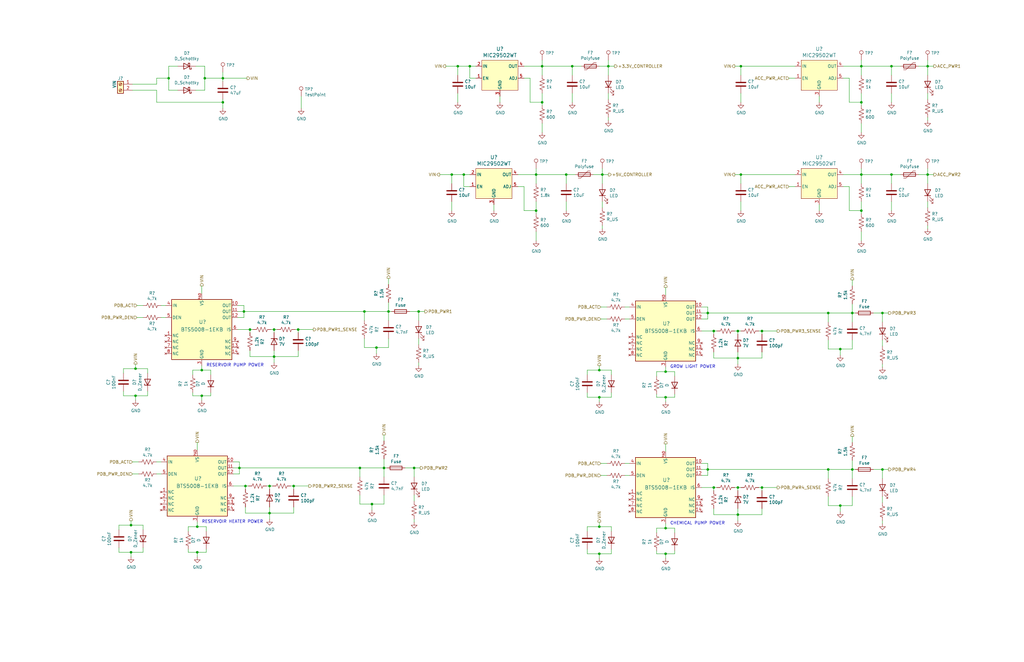
<source format=kicad_sch>
(kicad_sch (version 20230121) (generator eeschema)
  (paper "B")
  (junction (at 174.625 197.485))
  (junction (at 57.15 167.005))
  (junction (at 300.99 205.74))
  (junction (at 156.845 212.725))
  (junction (at 298.45 198.12))
  (junction (at 280.67 233.68))
  (junction (at 363.22 27.94))
  (junction (at 280.67 222.885))
  (junction (at 298.45 132.08))
  (junction (at 158.75 146.685))
  (junction (at 372.11 132.08))
  (junction (at 163.83 131.445))
  (junction (at 226.06 88.9))
  (junction (at 391.16 27.94))
  (junction (at 113.665 205.105))
  (junction (at 125.73 139.065))
  (junction (at 85.09 156.21))
  (junction (at 321.31 205.74))
  (junction (at 363.22 43.18))
  (junction (at 312.42 73.66))
  (junction (at 311.15 151.13))
  (junction (at 252.73 156.21))
  (junction (at 102.87 131.445))
  (junction (at 375.92 73.66))
  (junction (at 349.25 132.08))
  (junction (at 363.22 88.9))
  (junction (at 228.6 27.94))
  (junction (at 103.505 205.105))
  (junction (at 321.31 139.7))
  (junction (at 372.11 198.12))
  (junction (at 198.12 27.94))
  (junction (at 55.245 221.615))
  (junction (at 349.25 198.12))
  (junction (at 71.12 33.02))
  (junction (at 161.925 197.485))
  (junction (at 312.42 27.94))
  (junction (at 83.185 222.25))
  (junction (at 252.73 222.25))
  (junction (at 228.6 43.18))
  (junction (at 254 73.66))
  (junction (at 93.98 33.02))
  (junction (at 252.73 167.64))
  (junction (at 300.99 139.7))
  (junction (at 57.15 155.575))
  (junction (at 55.245 233.045))
  (junction (at 113.665 216.535))
  (junction (at 153.67 131.445))
  (junction (at 115.57 139.065))
  (junction (at 86.36 33.02))
  (junction (at 226.06 73.66))
  (junction (at 391.16 73.66))
  (junction (at 176.53 131.445))
  (junction (at 375.92 27.94))
  (junction (at 252.73 233.68))
  (junction (at 193.04 27.94))
  (junction (at 115.57 150.495))
  (junction (at 256.54 27.94))
  (junction (at 311.15 139.7))
  (junction (at 123.825 205.105))
  (junction (at 241.3 27.94))
  (junction (at 83.185 233.045))
  (junction (at 238.76 73.66))
  (junction (at 363.22 73.66))
  (junction (at 100.965 197.485))
  (junction (at 151.765 197.485))
  (junction (at 190.5 73.66))
  (junction (at 359.41 198.12))
  (junction (at 93.98 43.18))
  (junction (at 105.41 139.065))
  (junction (at 85.09 167.005))
  (junction (at 311.15 205.74))
  (junction (at 354.33 213.36))
  (junction (at 311.15 217.17))
  (junction (at 280.67 167.64))
  (junction (at 280.67 156.845))
  (junction (at 195.58 73.66))
  (junction (at 359.41 132.08))
  (junction (at 354.33 147.32))
  (wire (pts (xy 102.87 128.905) (xy 102.87 131.445)))
  (wire (pts (xy 372.11 209.55) (xy 372.11 212.09)))
  (wire (pts (xy 363.22 97.79) (xy 363.22 101.6)))
  (wire (pts (xy 86.995 231.775) (xy 86.995 233.045)))
  (wire (pts (xy 100.33 131.445) (xy 102.87 131.445)))
  (wire (pts (xy 163.83 127.635) (xy 163.83 131.445)))
  (wire (pts (xy 358.14 78.74) (xy 358.14 88.9)))
  (wire (pts (xy 256.54 27.94) (xy 259.08 27.94)))
  (wire (pts (xy 280.67 156.845) (xy 284.48 156.845)))
  (wire (pts (xy 391.16 95.25) (xy 391.16 96.52)))
  (wire (pts (xy 85.09 167.005) (xy 85.09 168.91)))
  (wire (pts (xy 372.11 153.67) (xy 372.11 154.94)))
  (wire (pts (xy 309.88 205.74) (xy 311.15 205.74)))
  (wire (pts (xy 300.99 214.63) (xy 300.99 217.17)))
  (wire (pts (xy 79.375 233.045) (xy 83.185 233.045)))
  (wire (pts (xy 83.185 233.045) (xy 86.995 233.045)))
  (wire (pts (xy 250.19 73.66) (xy 254 73.66)))
  (wire (pts (xy 252.73 154.305) (xy 252.73 156.21)))
  (wire (pts (xy 82.55 38.1) (xy 86.36 38.1)))
  (wire (pts (xy 198.12 33.02) (xy 198.12 27.94)))
  (wire (pts (xy 85.09 120.65) (xy 85.09 123.825)))
  (wire (pts (xy 123.825 213.995) (xy 123.825 216.535)))
  (wire (pts (xy 156.845 212.725) (xy 161.925 212.725)))
  (wire (pts (xy 321.31 205.74) (xy 321.31 207.01)))
  (wire (pts (xy 295.91 139.7) (xy 300.99 139.7)))
  (wire (pts (xy 198.12 78.74) (xy 195.58 78.74)))
  (wire (pts (xy 55.245 221.615) (xy 60.325 221.615)))
  (wire (pts (xy 372.11 143.51) (xy 372.11 146.05)))
  (wire (pts (xy 312.42 39.37) (xy 312.42 43.18)))
  (wire (pts (xy 295.91 195.58) (xy 298.45 195.58)))
  (wire (pts (xy 57.15 155.575) (xy 62.23 155.575)))
  (wire (pts (xy 345.44 40.64) (xy 345.44 43.18)))
  (wire (pts (xy 298.45 198.12) (xy 349.25 198.12)))
  (wire (pts (xy 114.3 139.065) (xy 115.57 139.065)))
  (wire (pts (xy 247.65 233.68) (xy 252.73 233.68)))
  (wire (pts (xy 375.92 85.09) (xy 375.92 88.9)))
  (wire (pts (xy 151.765 201.295) (xy 151.765 197.485)))
  (wire (pts (xy 226.06 73.66) (xy 226.06 77.47)))
  (wire (pts (xy 156.845 212.725) (xy 151.765 212.725)))
  (wire (pts (xy 195.58 78.74) (xy 195.58 73.66)))
  (wire (pts (xy 363.22 73.66) (xy 363.22 77.47)))
  (wire (pts (xy 263.525 134.62) (xy 265.43 134.62)))
  (wire (pts (xy 321.31 214.63) (xy 321.31 217.17)))
  (wire (pts (xy 368.3 198.12) (xy 372.11 198.12)))
  (wire (pts (xy 321.31 205.74) (xy 320.04 205.74)))
  (wire (pts (xy 312.42 73.66) (xy 312.42 77.47)))
  (wire (pts (xy 359.41 184.15) (xy 359.41 186.69)))
  (wire (pts (xy 85.09 167.005) (xy 88.9 167.005)))
  (wire (pts (xy 349.25 132.08) (xy 359.41 132.08)))
  (wire (pts (xy 115.57 147.955) (xy 115.57 150.495)))
  (wire (pts (xy 312.42 73.66) (xy 309.88 73.66)))
  (wire (pts (xy 86.36 27.94) (xy 82.55 27.94)))
  (wire (pts (xy 252.73 220.345) (xy 252.73 222.25)))
  (wire (pts (xy 125.73 139.065) (xy 124.46 139.065)))
  (wire (pts (xy 311.15 151.13) (xy 321.31 151.13)))
  (wire (pts (xy 238.76 73.66) (xy 242.57 73.66)))
  (wire (pts (xy 153.67 135.255) (xy 153.67 131.445)))
  (wire (pts (xy 363.22 43.18) (xy 363.22 44.45)))
  (wire (pts (xy 247.65 167.64) (xy 252.73 167.64)))
  (wire (pts (xy 112.395 205.105) (xy 113.665 205.105)))
  (wire (pts (xy 374.65 198.12) (xy 372.11 198.12)))
  (wire (pts (xy 372.11 198.12) (xy 372.11 201.93)))
  (wire (pts (xy 257.81 165.735) (xy 257.81 167.64)))
  (wire (pts (xy 276.86 222.885) (xy 276.86 224.79)))
  (wire (pts (xy 345.44 86.36) (xy 345.44 88.9)))
  (wire (pts (xy 295.91 198.12) (xy 298.45 198.12)))
  (wire (pts (xy 309.88 139.7) (xy 311.15 139.7)))
  (wire (pts (xy 363.22 52.07) (xy 363.22 55.88)))
  (wire (pts (xy 311.15 148.59) (xy 311.15 151.13)))
  (wire (pts (xy 193.04 27.94) (xy 193.04 31.75)))
  (wire (pts (xy 60.325 221.615) (xy 60.325 223.52)))
  (wire (pts (xy 349.25 147.32) (xy 349.25 143.51)))
  (wire (pts (xy 81.28 156.21) (xy 85.09 156.21)))
  (wire (pts (xy 86.36 38.1) (xy 86.36 33.02)))
  (wire (pts (xy 349.25 213.36) (xy 349.25 209.55)))
  (wire (pts (xy 98.425 194.945) (xy 100.965 194.945)))
  (wire (pts (xy 163.83 117.475) (xy 163.83 120.015)))
  (wire (pts (xy 391.16 73.66) (xy 391.16 77.47)))
  (wire (pts (xy 312.42 27.94) (xy 312.42 31.75)))
  (wire (pts (xy 247.65 165.735) (xy 247.65 167.64)))
  (wire (pts (xy 276.86 233.68) (xy 280.67 233.68)))
  (wire (pts (xy 220.98 33.02) (xy 223.52 33.02)))
  (wire (pts (xy 100.965 194.945) (xy 100.965 197.485)))
  (wire (pts (xy 83.185 222.25) (xy 86.995 222.25)))
  (wire (pts (xy 66.04 38.1) (xy 66.04 43.18)))
  (wire (pts (xy 226.06 97.79) (xy 226.06 101.6)))
  (wire (pts (xy 298.45 132.08) (xy 298.45 134.62)))
  (wire (pts (xy 55.245 233.045) (xy 60.325 233.045)))
  (wire (pts (xy 123.825 205.105) (xy 123.825 206.375)))
  (wire (pts (xy 62.23 155.575) (xy 62.23 157.48)))
  (wire (pts (xy 66.04 43.18) (xy 93.98 43.18)))
  (wire (pts (xy 252.73 233.68) (xy 257.81 233.68)))
  (wire (pts (xy 363.22 88.9) (xy 363.22 90.17)))
  (wire (pts (xy 354.33 147.32) (xy 359.41 147.32)))
  (wire (pts (xy 228.6 52.07) (xy 228.6 55.88)))
  (wire (pts (xy 300.99 205.74) (xy 302.26 205.74)))
  (wire (pts (xy 254 95.25) (xy 254 96.52)))
  (wire (pts (xy 372.11 219.71) (xy 372.11 220.98)))
  (wire (pts (xy 276.86 232.41) (xy 276.86 233.68)))
  (wire (pts (xy 83.185 186.69) (xy 83.185 189.865)))
  (wire (pts (xy 311.15 139.7) (xy 311.15 140.97)))
  (wire (pts (xy 193.04 27.94) (xy 198.12 27.94)))
  (wire (pts (xy 375.92 27.94) (xy 379.73 27.94)))
  (wire (pts (xy 321.31 148.59) (xy 321.31 151.13)))
  (wire (pts (xy 284.48 222.885) (xy 284.48 224.79)))
  (wire (pts (xy 359.41 135.89) (xy 359.41 132.08)))
  (wire (pts (xy 247.65 222.25) (xy 252.73 222.25)))
  (wire (pts (xy 81.28 167.005) (xy 85.09 167.005)))
  (wire (pts (xy 245.11 27.94) (xy 241.3 27.94)))
  (wire (pts (xy 113.665 216.535) (xy 113.665 219.075)))
  (wire (pts (xy 176.53 153.035) (xy 176.53 154.305)))
  (wire (pts (xy 335.28 73.66) (xy 312.42 73.66)))
  (wire (pts (xy 81.28 165.735) (xy 81.28 167.005)))
  (wire (pts (xy 50.165 221.615) (xy 50.165 223.52)))
  (wire (pts (xy 280.67 233.68) (xy 280.67 235.585)))
  (wire (pts (xy 321.31 139.7) (xy 321.31 140.97)))
  (wire (pts (xy 161.925 201.295) (xy 161.925 197.485)))
  (wire (pts (xy 391.16 71.12) (xy 391.16 73.66)))
  (wire (pts (xy 363.22 39.37) (xy 363.22 43.18)))
  (wire (pts (xy 256.54 49.53) (xy 256.54 50.8)))
  (wire (pts (xy 252.73 167.64) (xy 257.81 167.64)))
  (wire (pts (xy 355.6 33.02) (xy 358.14 33.02)))
  (wire (pts (xy 100.33 139.065) (xy 105.41 139.065)))
  (wire (pts (xy 298.45 129.54) (xy 298.45 132.08)))
  (wire (pts (xy 62.23 165.1) (xy 62.23 167.005)))
  (wire (pts (xy 300.99 139.7) (xy 300.99 140.97)))
  (wire (pts (xy 66.04 194.945) (xy 67.945 194.945)))
  (wire (pts (xy 252.73 167.64) (xy 252.73 169.545)))
  (wire (pts (xy 115.57 139.065) (xy 116.84 139.065)))
  (wire (pts (xy 88.9 165.735) (xy 88.9 167.005)))
  (wire (pts (xy 254 73.66) (xy 256.54 73.66)))
  (wire (pts (xy 57.785 128.905) (xy 60.325 128.905)))
  (wire (pts (xy 50.165 221.615) (xy 55.245 221.615)))
  (wire (pts (xy 311.15 217.17) (xy 321.31 217.17)))
  (wire (pts (xy 103.505 205.105) (xy 104.775 205.105)))
  (wire (pts (xy 151.765 197.485) (xy 161.925 197.485)))
  (wire (pts (xy 174.625 197.485) (xy 174.625 201.295)))
  (wire (pts (xy 57.15 167.005) (xy 62.23 167.005)))
  (wire (pts (xy 247.65 156.21) (xy 247.65 158.115)))
  (wire (pts (xy 113.665 213.995) (xy 113.665 216.535)))
  (wire (pts (xy 311.15 139.7) (xy 312.42 139.7)))
  (wire (pts (xy 354.33 213.36) (xy 359.41 213.36)))
  (wire (pts (xy 163.83 131.445) (xy 165.1 131.445)))
  (wire (pts (xy 284.48 156.845) (xy 284.48 158.75)))
  (wire (pts (xy 156.845 215.265) (xy 156.845 212.725)))
  (wire (pts (xy 276.86 222.885) (xy 280.67 222.885)))
  (wire (pts (xy 93.98 41.91) (xy 93.98 43.18)))
  (wire (pts (xy 86.36 33.02) (xy 93.98 33.02)))
  (wire (pts (xy 363.22 71.12) (xy 363.22 73.66)))
  (wire (pts (xy 220.98 88.9) (xy 226.06 88.9)))
  (wire (pts (xy 300.99 217.17) (xy 311.15 217.17)))
  (wire (pts (xy 52.07 155.575) (xy 57.15 155.575)))
  (wire (pts (xy 190.5 73.66) (xy 190.5 77.47)))
  (wire (pts (xy 102.87 131.445) (xy 153.67 131.445)))
  (wire (pts (xy 170.815 197.485) (xy 174.625 197.485)))
  (wire (pts (xy 161.925 183.515) (xy 161.925 186.055)))
  (wire (pts (xy 83.185 233.045) (xy 83.185 234.95)))
  (wire (pts (xy 66.04 33.02) (xy 66.04 35.56)))
  (wire (pts (xy 55.88 200.025) (xy 58.42 200.025)))
  (wire (pts (xy 55.88 194.945) (xy 58.42 194.945)))
  (wire (pts (xy 105.41 139.065) (xy 106.68 139.065)))
  (wire (pts (xy 349.25 201.93) (xy 349.25 198.12)))
  (wire (pts (xy 284.48 232.41) (xy 284.48 233.68)))
  (wire (pts (xy 257.81 231.775) (xy 257.81 233.68)))
  (wire (pts (xy 187.96 27.94) (xy 193.04 27.94)))
  (wire (pts (xy 125.73 139.065) (xy 132.08 139.065)))
  (wire (pts (xy 252.73 156.21) (xy 257.81 156.21)))
  (wire (pts (xy 311.15 217.17) (xy 311.15 219.71)))
  (wire (pts (xy 363.22 27.94) (xy 363.22 31.75)))
  (wire (pts (xy 103.505 216.535) (xy 113.665 216.535)))
  (wire (pts (xy 151.765 212.725) (xy 151.765 208.915)))
  (wire (pts (xy 71.12 33.02) (xy 71.12 38.1)))
  (wire (pts (xy 391.16 49.53) (xy 391.16 50.8)))
  (wire (pts (xy 174.625 208.915) (xy 174.625 211.455)))
  (wire (pts (xy 66.04 33.02) (xy 71.12 33.02)))
  (wire (pts (xy 363.22 73.66) (xy 375.92 73.66)))
  (wire (pts (xy 158.75 146.685) (xy 153.67 146.685)))
  (wire (pts (xy 280.67 222.885) (xy 284.48 222.885)))
  (wire (pts (xy 280.67 154.94) (xy 280.67 156.845)))
  (wire (pts (xy 321.31 205.74) (xy 327.66 205.74)))
  (wire (pts (xy 363.22 27.94) (xy 375.92 27.94)))
  (wire (pts (xy 105.41 150.495) (xy 115.57 150.495)))
  (wire (pts (xy 253.365 200.66) (xy 255.905 200.66)))
  (wire (pts (xy 52.07 165.1) (xy 52.07 167.005)))
  (wire (pts (xy 88.9 156.21) (xy 88.9 158.115)))
  (wire (pts (xy 57.15 153.67) (xy 57.15 155.575)))
  (wire (pts (xy 241.3 27.94) (xy 241.3 31.75)))
  (wire (pts (xy 257.81 156.21) (xy 257.81 158.115)))
  (wire (pts (xy 153.67 131.445) (xy 163.83 131.445)))
  (wire (pts (xy 252.73 222.25) (xy 257.81 222.25)))
  (wire (pts (xy 179.07 131.445) (xy 176.53 131.445)))
  (wire (pts (xy 100.965 200.025) (xy 98.425 200.025)))
  (wire (pts (xy 163.83 146.685) (xy 163.83 142.875)))
  (wire (pts (xy 358.14 43.18) (xy 363.22 43.18)))
  (wire (pts (xy 208.28 86.36) (xy 208.28 88.9)))
  (wire (pts (xy 85.09 156.21) (xy 88.9 156.21)))
  (wire (pts (xy 60.325 231.14) (xy 60.325 233.045)))
  (wire (pts (xy 71.12 38.1) (xy 74.93 38.1)))
  (wire (pts (xy 375.92 39.37) (xy 375.92 43.18)))
  (wire (pts (xy 280.67 167.64) (xy 280.67 169.545)))
  (wire (pts (xy 298.45 195.58) (xy 298.45 198.12)))
  (wire (pts (xy 359.41 132.08) (xy 360.68 132.08)))
  (wire (pts (xy 335.28 33.02) (xy 332.74 33.02)))
  (wire (pts (xy 86.995 222.25) (xy 86.995 224.155)))
  (wire (pts (xy 254 85.09) (xy 254 87.63)))
  (wire (pts (xy 256.54 39.37) (xy 256.54 41.91)))
  (wire (pts (xy 105.41 147.955) (xy 105.41 150.495)))
  (wire (pts (xy 52.07 167.005) (xy 57.15 167.005)))
  (wire (pts (xy 223.52 43.18) (xy 228.6 43.18)))
  (wire (pts (xy 55.245 233.045) (xy 55.245 234.95)))
  (wire (pts (xy 79.375 222.25) (xy 83.185 222.25)))
  (wire (pts (xy 100.965 197.485) (xy 151.765 197.485)))
  (wire (pts (xy 115.57 150.495) (xy 115.57 153.035)))
  (wire (pts (xy 375.92 73.66) (xy 375.92 77.47)))
  (wire (pts (xy 125.73 147.955) (xy 125.73 150.495)))
  (wire (pts (xy 174.625 219.075) (xy 174.625 220.345)))
  (wire (pts (xy 256.54 25.4) (xy 256.54 27.94)))
  (wire (pts (xy 81.28 156.21) (xy 81.28 158.115)))
  (wire (pts (xy 321.31 139.7) (xy 327.66 139.7)))
  (wire (pts (xy 193.04 39.37) (xy 193.04 43.18)))
  (wire (pts (xy 298.45 198.12) (xy 298.45 200.66)))
  (wire (pts (xy 335.28 27.94) (xy 312.42 27.94)))
  (wire (pts (xy 359.41 213.36) (xy 359.41 209.55)))
  (wire (pts (xy 359.41 194.31) (xy 359.41 198.12)))
  (wire (pts (xy 103.505 205.105) (xy 103.505 206.375)))
  (wire (pts (xy 105.41 139.065) (xy 105.41 140.335)))
  (wire (pts (xy 280.67 233.68) (xy 284.48 233.68)))
  (wire (pts (xy 83.185 220.345) (xy 83.185 222.25)))
  (wire (pts (xy 276.86 156.845) (xy 280.67 156.845)))
  (wire (pts (xy 391.16 27.94) (xy 393.7 27.94)))
  (wire (pts (xy 228.6 27.94) (xy 228.6 31.75)))
  (wire (pts (xy 115.57 150.495) (xy 125.73 150.495)))
  (wire (pts (xy 354.33 147.32) (xy 349.25 147.32)))
  (wire (pts (xy 254 73.66) (xy 254 77.47)))
  (wire (pts (xy 228.6 25.4) (xy 228.6 27.94)))
  (wire (pts (xy 200.66 33.02) (xy 198.12 33.02)))
  (wire (pts (xy 93.98 43.18) (xy 93.98 45.72)))
  (wire (pts (xy 66.04 35.56) (xy 55.88 35.56)))
  (wire (pts (xy 50.165 231.14) (xy 50.165 233.045)))
  (wire (pts (xy 66.04 200.025) (xy 67.945 200.025)))
  (wire (pts (xy 280.67 187.325) (xy 280.67 190.5)))
  (wire (pts (xy 93.98 33.02) (xy 104.14 33.02)))
  (wire (pts (xy 115.57 139.065) (xy 115.57 140.335)))
  (wire (pts (xy 387.35 27.94) (xy 391.16 27.94)))
  (wire (pts (xy 52.07 155.575) (xy 52.07 157.48)))
  (wire (pts (xy 163.83 135.255) (xy 163.83 131.445)))
  (wire (pts (xy 161.925 212.725) (xy 161.925 208.915)))
  (wire (pts (xy 280.67 121.285) (xy 280.67 124.46)))
  (wire (pts (xy 298.45 200.66) (xy 295.91 200.66)))
  (wire (pts (xy 256.54 27.94) (xy 252.73 27.94)))
  (wire (pts (xy 50.165 233.045) (xy 55.245 233.045)))
  (wire (pts (xy 295.91 205.74) (xy 300.99 205.74)))
  (wire (pts (xy 295.91 129.54) (xy 298.45 129.54)))
  (wire (pts (xy 79.375 222.25) (xy 79.375 224.155)))
  (wire (pts (xy 247.65 156.21) (xy 252.73 156.21)))
  (wire (pts (xy 198.12 73.66) (xy 195.58 73.66)))
  (wire (pts (xy 158.75 146.685) (xy 163.83 146.685)))
  (wire (pts (xy 241.3 39.37) (xy 241.3 43.18)))
  (wire (pts (xy 172.72 131.445) (xy 176.53 131.445)))
  (wire (pts (xy 123.825 205.105) (xy 130.175 205.105)))
  (wire (pts (xy 311.15 205.74) (xy 311.15 207.01)))
  (wire (pts (xy 123.825 205.105) (xy 122.555 205.105)))
  (wire (pts (xy 300.99 151.13) (xy 311.15 151.13)))
  (wire (pts (xy 220.98 78.74) (xy 220.98 88.9)))
  (wire (pts (xy 256.54 27.94) (xy 256.54 31.75)))
  (wire (pts (xy 359.41 198.12) (xy 360.68 198.12)))
  (wire (pts (xy 368.3 132.08) (xy 372.11 132.08)))
  (wire (pts (xy 252.73 233.68) (xy 252.73 235.585)))
  (wire (pts (xy 98.425 197.485) (xy 100.965 197.485)))
  (wire (pts (xy 100.33 128.905) (xy 102.87 128.905)))
  (wire (pts (xy 55.88 38.1) (xy 66.04 38.1)))
  (wire (pts (xy 176.53 131.445) (xy 176.53 135.255)))
  (wire (pts (xy 298.45 134.62) (xy 295.91 134.62)))
  (wire (pts (xy 391.16 39.37) (xy 391.16 41.91)))
  (wire (pts (xy 113.665 205.105) (xy 113.665 206.375)))
  (wire (pts (xy 161.925 193.675) (xy 161.925 197.485)))
  (wire (pts (xy 98.425 205.105) (xy 103.505 205.105)))
  (wire (pts (xy 218.44 78.74) (xy 220.98 78.74)))
  (wire (pts (xy 358.14 88.9) (xy 363.22 88.9)))
  (wire (pts (xy 85.09 154.305) (xy 85.09 156.21)))
  (wire (pts (xy 79.375 231.775) (xy 79.375 233.045)))
  (wire (pts (xy 363.22 25.4) (xy 363.22 27.94)))
  (wire (pts (xy 374.65 132.08) (xy 372.11 132.08)))
  (wire (pts (xy 358.14 33.02) (xy 358.14 43.18)))
  (wire (pts (xy 280.67 167.64) (xy 284.48 167.64)))
  (wire (pts (xy 100.965 197.485) (xy 100.965 200.025)))
  (wire (pts (xy 161.925 197.485) (xy 163.195 197.485)))
  (wire (pts (xy 387.35 73.66) (xy 391.16 73.66)))
  (wire (pts (xy 355.6 73.66) (xy 363.22 73.66)))
  (wire (pts (xy 311.15 205.74) (xy 312.42 205.74)))
  (wire (pts (xy 391.16 73.66) (xy 393.7 73.66)))
  (wire (pts (xy 253.365 129.54) (xy 255.905 129.54)))
  (wire (pts (xy 311.15 151.13) (xy 311.15 153.67)))
  (wire (pts (xy 375.92 73.66) (xy 379.73 73.66)))
  (wire (pts (xy 228.6 39.37) (xy 228.6 43.18)))
  (wire (pts (xy 127 40.64) (xy 127 45.72)))
  (wire (pts (xy 355.6 27.94) (xy 363.22 27.94)))
  (wire (pts (xy 375.92 27.94) (xy 375.92 31.75)))
  (wire (pts (xy 276.86 167.64) (xy 280.67 167.64)))
  (wire (pts (xy 335.28 78.74) (xy 332.74 78.74)))
  (wire (pts (xy 238.76 73.66) (xy 238.76 77.47)))
  (wire (pts (xy 200.66 27.94) (xy 198.12 27.94)))
  (wire (pts (xy 247.65 231.775) (xy 247.65 233.68)))
  (wire (pts (xy 359.41 147.32) (xy 359.41 143.51)))
  (wire (pts (xy 312.42 85.09) (xy 312.42 88.9)))
  (wire (pts (xy 253.365 134.62) (xy 255.905 134.62)))
  (wire (pts (xy 391.16 25.4) (xy 391.16 27.94)))
  (wire (pts (xy 276.86 166.37) (xy 276.86 167.64)))
  (wire (pts (xy 67.945 128.905) (xy 69.85 128.905)))
  (wire (pts (xy 228.6 43.18) (xy 228.6 44.45)))
  (wire (pts (xy 354.33 213.36) (xy 349.25 213.36)))
  (wire (pts (xy 247.65 222.25) (xy 247.65 224.155)))
  (wire (pts (xy 300.99 148.59) (xy 300.99 151.13)))
  (wire (pts (xy 263.525 200.66) (xy 265.43 200.66)))
  (wire (pts (xy 391.16 85.09) (xy 391.16 87.63)))
  (wire (pts (xy 125.73 139.065) (xy 125.73 140.335)))
  (wire (pts (xy 71.12 27.94) (xy 71.12 33.02)))
  (wire (pts (xy 359.41 118.11) (xy 359.41 120.65)))
  (wire (pts (xy 312.42 27.94) (xy 309.88 27.94)))
  (wire (pts (xy 190.5 85.09) (xy 190.5 88.9)))
  (wire (pts (xy 218.44 73.66) (xy 226.06 73.66)))
  (wire (pts (xy 354.33 215.9) (xy 354.33 213.36)))
  (wire (pts (xy 311.15 214.63) (xy 311.15 217.17)))
  (wire (pts (xy 103.505 213.995) (xy 103.505 216.535)))
  (wire (pts (xy 349.25 198.12) (xy 359.41 198.12)))
  (wire (pts (xy 102.87 131.445) (xy 102.87 133.985)))
  (wire (pts (xy 226.06 88.9) (xy 226.06 90.17)))
  (wire (pts (xy 263.525 129.54) (xy 265.43 129.54)))
  (wire (pts (xy 372.11 132.08) (xy 372.11 135.89)))
  (wire (pts (xy 226.06 71.12) (xy 226.06 73.66)))
  (wire (pts (xy 359.41 128.27) (xy 359.41 132.08)))
  (wire (pts (xy 158.75 149.225) (xy 158.75 146.685)))
  (wire (pts (xy 363.22 85.09) (xy 363.22 88.9)))
  (wire (pts (xy 228.6 27.94) (xy 241.3 27.94)))
  (wire (pts (xy 190.5 73.66) (xy 195.58 73.66)))
  (wire (pts (xy 57.785 133.985) (xy 60.325 133.985)))
  (wire (pts (xy 238.76 85.09) (xy 238.76 88.9)))
  (wire (pts (xy 226.06 73.66) (xy 238.76 73.66)))
  (wire (pts (xy 153.67 146.685) (xy 153.67 142.875)))
  (wire (pts (xy 223.52 33.02) (xy 223.52 43.18)))
  (wire (pts (xy 102.87 133.985) (xy 100.33 133.985)))
  (wire (pts (xy 349.25 135.89) (xy 349.25 132.08)))
  (wire (pts (xy 93.98 34.29) (xy 93.98 33.02)))
  (wire (pts (xy 321.31 139.7) (xy 320.04 139.7)))
  (wire (pts (xy 295.91 132.08) (xy 298.45 132.08)))
  (wire (pts (xy 300.99 139.7) (xy 302.26 139.7)))
  (wire (pts (xy 284.48 166.37) (xy 284.48 167.64)))
  (wire (pts (xy 177.165 197.485) (xy 174.625 197.485)))
  (wire (pts (xy 254 71.12) (xy 254 73.66)))
  (wire (pts (xy 210.82 40.64) (xy 210.82 43.18)))
  (wire (pts (xy 298.45 132.08) (xy 349.25 132.08)))
  (wire (pts (xy 113.665 216.535) (xy 123.825 216.535)))
  (wire (pts (xy 359.41 201.93) (xy 359.41 198.12)))
  (wire (pts (xy 93.98 30.48) (xy 93.98 33.02)))
  (wire (pts (xy 253.365 195.58) (xy 255.905 195.58)))
  (wire (pts (xy 226.06 85.09) (xy 226.06 88.9)))
  (wire (pts (xy 86.36 33.02) (xy 86.36 27.94)))
  (wire (pts (xy 74.93 27.94) (xy 71.12 27.94)))
  (wire (pts (xy 280.67 220.98) (xy 280.67 222.885)))
  (wire (pts (xy 67.945 133.985) (xy 69.85 133.985)))
  (wire (pts (xy 185.42 73.66) (xy 190.5 73.66)))
  (wire (pts (xy 220.98 27.94) (xy 228.6 27.94)))
  (wire (pts (xy 355.6 78.74) (xy 358.14 78.74)))
  (wire (pts (xy 300.99 205.74) (xy 300.99 207.01)))
  (wire (pts (xy 176.53 142.875) (xy 176.53 145.415)))
  (wire (pts (xy 257.81 222.25) (xy 257.81 224.155)))
  (wire (pts (xy 57.15 167.005) (xy 57.15 168.91)))
  (wire (pts (xy 391.16 27.94) (xy 391.16 31.75)))
  (wire (pts (xy 55.245 219.71) (xy 55.245 221.615)))
  (wire (pts (xy 276.86 156.845) (xy 276.86 158.75)))
  (wire (pts (xy 113.665 205.105) (xy 114.935 205.105)))
  (wire (pts (xy 354.33 149.86) (xy 354.33 147.32)))
  (wire (pts (xy 263.525 195.58) (xy 265.43 195.58)))
  (text "RESERVOIR PUMP POWER" (at 86.995 154.94 0) (effects (font (size 1.27 1.27)) (justify left bottom)))
  (text "GROW LIGHT POWER" (at 282.575 155.575 0) (effects (font (size 1.27 1.27)) (justify left bottom)))
  (text "CHEMICAL PUMP POWER" (at 282.575 221.615 0) (effects (font (size 1.27 1.27)) (justify left bottom)))
  (text "RESERVOIR HEATER POWER" (at 85.09 220.98 0) (effects (font (size 1.27 1.27)) (justify left bottom)))
  (hierarchical_label "VIN" (shape output) (at 309.88 27.94 180))
  (hierarchical_label "PDB_PWR_DEN" (shape input) (at 57.785 133.985 180))
  (hierarchical_label "VIN" (shape output) (at 359.41 118.11 90))
  (hierarchical_label "VIN" (shape output) (at 187.96 27.94 180))
  (hierarchical_label "ACC_PWR_ACT" (shape input) (at 332.74 33.02 180))
  (hierarchical_label "PDB_ACT" (shape input) (at 55.88 194.945 180))
  (hierarchical_label "+3.3V_CONTROLLER" (shape output) (at 259.08 27.94 0))
  (hierarchical_label "VIN" (shape output) (at 185.42 73.66 180))
  (hierarchical_label "PDB_PWR2" (shape output) (at 177.165 197.485 0))
  (hierarchical_label "VIN" (shape output) (at 252.73 220.345 90))
  (hierarchical_label "ACC_PWR1" (shape output) (at 393.7 27.94 0))
  (hierarchical_label "+5V_CONTROLLER" (shape output) (at 256.54 73.66 0))
  (hierarchical_label "VIN" (shape output) (at 83.185 186.69 90))
  (hierarchical_label "ACC_PWR_ACT" (shape input) (at 332.74 78.74 180))
  (hierarchical_label "PDB_PWR1" (shape output) (at 179.07 131.445 0))
  (hierarchical_label "VIN" (shape output) (at 104.14 33.02 0))
  (hierarchical_label "PDB_PWR3" (shape output) (at 374.65 132.08 0))
  (hierarchical_label "PDB_ACT" (shape input) (at 253.365 195.58 180))
  (hierarchical_label "ACC_PWR2" (shape output) (at 393.7 73.66 0))
  (hierarchical_label "VIN" (shape output) (at 280.67 187.325 90))
  (hierarchical_label "VIN" (shape output) (at 55.245 219.71 90))
  (hierarchical_label "VIN" (shape output) (at 161.925 183.515 90))
  (hierarchical_label "VIN" (shape output) (at 252.73 154.305 90))
  (hierarchical_label "VIN" (shape output) (at 85.09 120.65 90))
  (hierarchical_label "PDB_ACT" (shape input) (at 253.365 129.54 180))
  (hierarchical_label "VIN" (shape output) (at 163.83 117.475 90))
  (hierarchical_label "VIN" (shape output) (at 309.88 73.66 180))
  (hierarchical_label "PDB_PWR_DEN" (shape input) (at 55.88 200.025 180))
  (hierarchical_label "PDB_PWR4" (shape output) (at 374.65 198.12 0))
  (hierarchical_label "VIN" (shape output) (at 57.15 153.67 90))
  (hierarchical_label "PDB_PWR2_SENSE" (shape output) (at 130.175 205.105 0))
  (hierarchical_label "PDB_PWR3_SENSE" (shape output) (at 327.66 139.7 0))
  (hierarchical_label "VIN" (shape output) (at 280.67 121.285 90))
  (hierarchical_label "PDB_PWR4_SENSE" (shape output) (at 327.66 205.74 0))
  (hierarchical_label "PDB_PWR1_SENSE" (shape output) (at 132.08 139.065 0))
  (hierarchical_label "VIN" (shape output) (at 359.41 184.15 90))
  (hierarchical_label "PDB_PWR_DEN" (shape input) (at 253.365 200.66 180))
  (hierarchical_label "PDB_PWR_DEN" (shape input) (at 253.365 134.62 180))
  (hierarchical_label "PDB_ACT" (shape input) (at 57.785 128.905 180))
  (symbol (lib_id "power:GND") (at 312.42 88.9 0) (unit 1)
    (property "Reference" "#PWR026" (effects hide))
    (property "Value" "GND" (at 312.547 93.2942 0))
    (instances (project "Dionysus-Power Distribution Board" (path "" (reference "#PWR026") (unit 1))) (project "Dionysus-Power Distribution Board" (path "" (reference "#PWR026") (unit 1))) (project "Power Distribution Board" (path "" (reference "#PWR?") (unit 1)) (path "" (reference "#PWR?") (unit 1)) (path "" (reference "#PWR0139") (unit 1))))
  )
  (symbol (lib_id "Connector:Screw_Terminal_01x02") (at 50.8 35.56 0) (mirror y) (unit 1)
    (property "Reference" "J?" (at 50.8 33.02 0))
    (property "Value" "VIN" (at 48.26 35.56 90) (effects (font bold)))
    (instances (project "Dionysus-Power Distribution Board" (path "" (reference "J?") (unit 1))) (project "Dionysus-Power Distribution Board" (path "" (reference "J?") (unit 1))) (project "Power Distribution Board" (path "" (reference "J?") (unit 1)) (path "" (reference "J?") (unit 1)) (path "" (reference "J1") (unit 1))))
  )
  (symbol (lib_id "Device:R_US") (at 316.23 139.7 270) (unit 1)
    (property "Reference" "R?" (at 316.23 134.493 90))
    (property "Value" "4.7k" (at 316.23 136.8044 90))
    (instances (project "Dionysus-Power Distribution Board" (path "" (reference "R?") (unit 1))) (project "Dionysus-Power Distribution Board" (path "" (reference "R?") (unit 1))) (project "Power Distribution Board" (path "" (reference "R77") (unit 1))))
  )
  (symbol (lib_id "power:GND") (at 210.82 43.18 0) (unit 1)
    (property "Reference" "#PWR014" (effects hide))
    (property "Value" "GND" (at 210.947 47.5742 0))
    (instances (project "Dionysus-Power Distribution Board" (path "" (reference "#PWR014") (unit 1))) (project "Dionysus-Power Distribution Board" (path "" (reference "#PWR014") (unit 1))) (project "Power Distribution Board" (path "" (reference "#PWR?") (unit 1)) (path "" (reference "#PWR?") (unit 1)) (path "" (reference "#PWR0147") (unit 1))))
  )
  (symbol (lib_id "Device:D_Zener") (at 311.15 210.82 270) (unit 1)
    (property "Reference" "D?" (at 313.182 209.6516 90) (effects (justify left)))
    (property "Value" "7V" (at 313.182 211.963 90) (effects (justify left)))
    (instances (project "Dionysus-Power Distribution Board" (path "" (reference "D?") (unit 1))) (project "Dionysus-Power Distribution Board" (path "" (reference "D?") (unit 1))) (project "Power Distribution Board" (path "" (reference "D17") (unit 1))))
  )
  (symbol (lib_id "Device:R_US") (at 372.11 149.86 0) (unit 1)
    (property "Reference" "R?" (at 373.8372 148.6916 0) (effects (justify left)))
    (property "Value" "R_US" (at 373.8372 151.003 0) (effects (justify left)))
    (instances (project "Dionysus-Power Distribution Board" (path "" (reference "R?") (unit 1))) (project "Dionysus-Power Distribution Board" (path "" (reference "R?") (unit 1))) (project "Power Distribution Board" (path "" (reference "R89") (unit 1))))
  )
  (symbol (lib_id "Device:C") (at 193.04 35.56 0) (unit 1)
    (property "Reference" "C?" (at 195.961 34.3916 0) (effects (justify left)))
    (property "Value" "10uF" (at 195.961 36.703 0) (effects (justify left)))
    (instances (project "Dionysus-Power Distribution Board" (path "" (reference "C?") (unit 1))) (project "Dionysus-Power Distribution Board" (path "" (reference "C?") (unit 1))) (project "Power Distribution Board" (path "" (reference "C4") (unit 1))))
  )
  (symbol (lib_id "power:GND") (at 238.76 88.9 0) (unit 1)
    (property "Reference" "#PWR019" (effects hide))
    (property "Value" "GND" (at 238.887 93.2942 0))
    (instances (project "Dionysus-Power Distribution Board" (path "" (reference "#PWR019") (unit 1))) (project "Dionysus-Power Distribution Board" (path "" (reference "#PWR019") (unit 1))) (project "Power Distribution Board" (path "" (reference "#PWR?") (unit 1)) (path "" (reference "#PWR?") (unit 1)) (path "" (reference "#PWR0152") (unit 1))))
  )
  (symbol (lib_id "power:GND") (at 372.11 220.98 0) (unit 1)
    (property "Reference" "#PWR061" (effects hide))
    (property "Value" "GND" (at 372.237 225.3742 0))
    (instances (project "Dionysus-Power Distribution Board" (path "" (reference "#PWR061") (unit 1))) (project "Dionysus-Power Distribution Board" (path "" (reference "#PWR09") (unit 1))) (project "Power Distribution Board" (path "" (reference "#PWR0168") (unit 1))))
  )
  (symbol (lib_id "Device:R_US") (at 306.07 205.74 270) (unit 1)
    (property "Reference" "R?" (at 306.07 200.533 90))
    (property "Value" "4.7k" (at 306.07 202.8444 90))
    (instances (project "Dionysus-Power Distribution Board" (path "" (reference "R?") (unit 1))) (project "Dionysus-Power Distribution Board" (path "" (reference "R?") (unit 1))) (project "Power Distribution Board" (path "" (reference "R74") (unit 1))))
  )
  (symbol (lib_id "Device:D_Schottky") (at 78.74 27.94 180) (unit 1)
    (property "Reference" "D?" (at 78.74 22.4282 0))
    (property "Value" "D_Schottky" (at 78.74 24.7396 0))
    (instances (project "Dionysus-Power Distribution Board" (path "" (reference "D?") (unit 1))) (project "Dionysus-Power Distribution Board" (path "" (reference "D?") (unit 1))) (project "Power Distribution Board" (path "" (reference "D1") (unit 1))))
  )
  (symbol (lib_id "power:GND") (at 391.16 96.52 0) (unit 1)
    (property "Reference" "#PWR038" (effects hide))
    (property "Value" "GND" (at 391.287 100.9142 0))
    (instances (project "Dionysus-Power Distribution Board" (path "" (reference "#PWR038") (unit 1))) (project "Dionysus-Power Distribution Board" (path "" (reference "#PWR038") (unit 1))) (project "Power Distribution Board" (path "" (reference "#PWR0164") (unit 1))))
  )
  (symbol (lib_id "Device:R_US") (at 363.22 81.28 0) (unit 1)
    (property "Reference" "R?" (at 364.9472 80.1116 0) (effects (justify left)))
    (property "Value" "1k" (at 364.9472 82.423 0) (effects (justify left)))
    (instances (project "Dionysus-Power Distribution Board" (path "" (reference "R?") (unit 1))) (project "Dionysus-Power Distribution Board" (path "" (reference "R?") (unit 1))) (project "Power Distribution Board" (path "" (reference "R5") (unit 1))))
  )
  (symbol (lib_id "Device:Fuse") (at 168.91 131.445 270) (unit 1)
    (property "Reference" "F?" (at 168.91 126.4412 90))
    (property "Value" "Fuse" (at 168.91 128.7526 90))
    (instances (project "Dionysus-Power Distribution Board" (path "" (reference "F?") (unit 1))) (project "Dionysus-Power Distribution Board" (path "" (reference "F?") (unit 1))) (project "Power Distribution Board" (path "" (reference "F10") (unit 1))))
  )
  (symbol (lib_id "Device:D_Zener") (at 257.81 227.965 90) (unit 1)
    (property "Reference" "D?" (at 252.2982 227.965 0))
    (property "Value" "D_Zener" (at 254.6096 227.965 0))
    (instances (project "Dionysus-Power Distribution Board" (path "" (reference "D?") (unit 1))) (project "Dionysus-Power Distribution Board" (path "" (reference "D?") (unit 1))) (project "Power Distribution Board" (path "" (reference "D7") (unit 1))))
  )
  (symbol (lib_id "Driver_Load_jal:BTS5008-1EKB") (at 280.67 205.74 0) (unit 1)
    (property "Reference" "U?" (at 279.4 202.565 0) (effects (font (size 1.524 1.524)) (justify left)))
    (property "Value" "BTS5008-1EKB" (at 271.78 205.74 0) (effects (font (size 1.524 1.524)) (justify left)))
    (property "Footprint" "PG-DSO-14-47-EP_INF" (effects hide))
    (property "Datasheet" "https://www.infineon.com/dgdl/Infineon-BTS5008-1EKB-DS-v02_01-EN.pdf?fileId=5546d46259d9a4bf015a85189c1a7779" (effects hide))
    (property "Description" "DRIVER, PMIC, HIGH SIDE, N-CHANNEL, 1:1 RATIO, NON-INVERTING, 5-28VDC IN, 11A OUT" (effects hide))
    (property "Manufacturer Name" "Infineon Technologies" (effects hide))
    (property "Manufacturer Part Number" "BTS50081EKBXUMA1" (effects hide))
    (property "Digi-Key Part Number" "BTS50081EKBXUMA1DKR-ND" (effects hide))
    (property "Digi-Key Unit Price (USD)" "3.61" (effects hide))
    (property "Mouser Part Number" "726-BTS50081EKBXUMA1 " (effects hide))
    (property "Mouser Unit Price (USD)" "3.61" (effects hide))
  )
  (symbol (lib_id "Connector:TestPoint") (at 391.16 25.4 0) (unit 1)
    (property "Reference" "TP?" (at 392.6332 22.4028 0) (effects (justify left)))
    (property "Value" "TestPoint" (effects hide))
    (property "Footprint" "TestPoint:TestPoint_Pad_D2.5mm" (effects hide))
  )
  (symbol (lib_id "Device:LED") (at 372.11 205.74 90) (unit 1)
    (property "Reference" "D?" (at 375.1072 204.7494 90) (effects (justify right)))
    (property "Value" "LED" (at 375.1072 207.0608 90) (effects (justify right)))
    (instances (project "Dionysus-Power Distribution Board" (path "" (reference "D?") (unit 1))) (project "Dionysus-Power Distribution Board" (path "" (reference "D?") (unit 1))) (project "Power Distribution Board" (path "" (reference "D35") (unit 1))))
  )
  (symbol (lib_id "power:GND") (at 193.04 43.18 0) (unit 1)
    (property "Reference" "#PWR012" (effects hide))
    (property "Value" "GND" (at 193.167 47.5742 0))
    (instances (project "Dionysus-Power Distribution Board" (path "" (reference "#PWR012") (unit 1))) (project "Dionysus-Power Distribution Board" (path "" (reference "#PWR012") (unit 1))) (project "Power Distribution Board" (path "" (reference "#PWR?") (unit 1)) (path "" (reference "#PWR?") (unit 1)) (path "" (reference "#PWR0150") (unit 1))))
  )
  (symbol (lib_id "power:GND") (at 256.54 50.8 0) (unit 1)
    (property "Reference" "#PWR022" (effects hide))
    (property "Value" "GND" (at 256.667 55.1942 0))
    (instances (project "Dionysus-Power Distribution Board" (path "" (reference "#PWR022") (unit 1))) (project "Dionysus-Power Distribution Board" (path "" (reference "#PWR022") (unit 1))) (project "Power Distribution Board" (path "" (reference "#PWR0163") (unit 1))))
  )
  (symbol (lib_id "Device:R_US") (at 228.6 48.26 0) (unit 1)
    (property "Reference" "R?" (at 230.3272 47.0916 0) (effects (justify left)))
    (property "Value" "600" (at 230.3272 49.403 0) (effects (justify left)))
    (instances (project "Dionysus-Power Distribution Board" (path "" (reference "R?") (unit 1))) (project "Dionysus-Power Distribution Board" (path "" (reference "R?") (unit 1))) (project "Power Distribution Board" (path "" (reference "R2") (unit 1))))
  )
  (symbol (lib_id "power:GND") (at 113.665 219.075 0) (unit 1)
    (property "Reference" "#PWR08" (effects hide))
    (property "Value" "GND" (at 113.792 223.4692 0))
    (instances (project "Dionysus-Power Distribution Board" (path "" (reference "#PWR08") (unit 1))) (project "Dionysus-Power Distribution Board" (path "" (reference "#PWR04") (unit 1))) (project "Power Distribution Board" (path "" (reference "#PWR?") (unit 1)) (path "" (reference "#PWR?") (unit 1)) (path "" (reference "#PWR0112") (unit 1))))
  )
  (symbol (lib_id "Device:C") (at 247.65 227.965 0) (unit 1)
    (property "Reference" "C?" (at 241.2492 227.965 90))
    (property "Value" "100nF" (at 243.5606 227.965 90))
    (instances (project "Dionysus-Power Distribution Board" (path "" (reference "C?") (unit 1))) (project "Dionysus-Power Distribution Board" (path "" (reference "C?") (unit 1))) (project "Power Distribution Board" (path "" (reference "C18") (unit 1))))
  )
  (symbol (lib_id "Device:C") (at 312.42 35.56 0) (unit 1)
    (property "Reference" "C?" (at 315.341 34.3916 0) (effects (justify left)))
    (property "Value" "10uF" (at 315.341 36.703 0) (effects (justify left)))
    (instances (project "Dionysus-Power Distribution Board" (path "" (reference "C?") (unit 1))) (project "Dionysus-Power Distribution Board" (path "" (reference "C?") (unit 1))) (project "Power Distribution Board" (path "" (reference "C2") (unit 1))))
  )
  (symbol (lib_id "Connector:TestPoint") (at 127 40.64 0) (unit 1)
    (property "Reference" "TP?" (at 128.4732 37.6428 0) (effects (justify left)))
    (property "Value" "TestPoint" (at 128.4732 39.9542 0) (effects (justify left)))
    (property "Footprint" "TestPoint:TestPoint_Pad_D2.5mm" (effects hide))
    (instances (project "Dionysus-Power Distribution Board" (path "" (reference "TP?") (unit 1))) (project "Dionysus-Power Distribution Board" (path "" (reference "TP?") (unit 1))) (project "Power Distribution Board" (path "" (reference "TP1") (unit 1))))
  )
  (symbol (lib_id "Device:D_Zener") (at 62.23 161.29 90) (unit 1)
    (property "Reference" "D?" (at 56.7182 161.29 0))
    (property "Value" "D_Zener" (at 59.0296 161.29 0))
    (instances (project "Dionysus-Power Distribution Board" (path "" (reference "D?") (unit 1))) (project "Dionysus-Power Distribution Board" (path "" (reference "D?") (unit 1))) (project "Power Distribution Board" (path "" (reference "D7") (unit 1))))
  )
  (symbol (lib_id "Device:R_US") (at 174.625 215.265 0) (unit 1)
    (property "Reference" "R?" (at 176.3522 214.0966 0) (effects (justify left)))
    (property "Value" "R_US" (at 176.3522 216.408 0) (effects (justify left)))
    (instances (project "Dionysus-Power Distribution Board" (path "" (reference "R?") (unit 1))) (project "Dionysus-Power Distribution Board" (path "" (reference "R?") (unit 1))) (project "Power Distribution Board" (path "" (reference "R89") (unit 1))))
  )
  (symbol (lib_id "Device:R_US") (at 349.25 139.7 180) (unit 1)
    (property "Reference" "R?" (at 354.457 139.7 90))
    (property "Value" "47k" (at 352.1456 139.7 90))
    (instances (project "Dionysus-Power Distribution Board" (path "" (reference "R?") (unit 1))) (project "Dionysus-Power Distribution Board" (path "" (reference "R?") (unit 1))) (project "Power Distribution Board" (path "" (reference "R83") (unit 1))))
  )
  (symbol (lib_id "power:GND") (at 280.67 235.585 0) (unit 1)
    (property "Reference" "#PWR034" (effects hide))
    (property "Value" "GND" (at 280.797 239.9792 0))
    (instances (project "Dionysus-Power Distribution Board" (path "" (reference "#PWR034") (unit 1))) (project "Dionysus-Power Distribution Board" (path "" (reference "#PWR01") (unit 1))) (project "Power Distribution Board" (path "" (reference "#PWR?") (unit 1)) (path "" (reference "#PWR?") (unit 1)) (path "" (reference "#PWR0113") (unit 1))))
  )
  (symbol (lib_id "power:GND") (at 311.15 219.71 0) (unit 1)
    (property "Reference" "#PWR059" (effects hide))
    (property "Value" "GND" (at 311.277 224.1042 0))
    (instances (project "Dionysus-Power Distribution Board" (path "" (reference "#PWR059") (unit 1))) (project "Dionysus-Power Distribution Board" (path "" (reference "#PWR04") (unit 1))) (project "Power Distribution Board" (path "" (reference "#PWR?") (unit 1)) (path "" (reference "#PWR?") (unit 1)) (path "" (reference "#PWR0112") (unit 1))))
  )
  (symbol (lib_id "power:GND") (at 311.15 153.67 0) (unit 1)
    (property "Reference" "#PWR024" (effects hide))
    (property "Value" "GND" (at 311.277 158.0642 0))
    (instances (project "Dionysus-Power Distribution Board" (path "" (reference "#PWR024") (unit 1))) (project "Dionysus-Power Distribution Board" (path "" (reference "#PWR04") (unit 1))) (project "Power Distribution Board" (path "" (reference "#PWR?") (unit 1)) (path "" (reference "#PWR?") (unit 1)) (path "" (reference "#PWR0112") (unit 1))))
  )
  (symbol (lib_id "power:GND") (at 312.42 43.18 0) (unit 1)
    (property "Reference" "#PWR025" (effects hide))
    (property "Value" "GND" (at 312.547 47.5742 0))
    (instances (project "Dionysus-Power Distribution Board" (path "" (reference "#PWR025") (unit 1))) (project "Dionysus-Power Distribution Board" (path "" (reference "#PWR025") (unit 1))) (project "Power Distribution Board" (path "" (reference "#PWR?") (unit 1)) (path "" (reference "#PWR?") (unit 1)) (path "" (reference "#PWR0143") (unit 1))))
  )
  (symbol (lib_id "power:GND") (at 93.98 45.72 0) (unit 1)
    (property "Reference" "#PWR03" (effects hide))
    (property "Value" "GND" (at 94.107 50.1142 0))
    (instances (project "Dionysus-Power Distribution Board" (path "" (reference "#PWR03") (unit 1))) (project "Dionysus-Power Distribution Board" (path "" (reference "#PWR03") (unit 1))) (project "Power Distribution Board" (path "" (reference "#PWR?") (unit 1)) (path "" (reference "#PWR?") (unit 1)) (path "" (reference "#PWR016") (unit 1))))
  )
  (symbol (lib_id "Device:D") (at 284.48 228.6 90) (unit 1)
    (property "Reference" "D?" (at 278.9682 228.6 0))
    (property "Value" "D" (at 281.2796 228.6 0))
    (instances (project "Dionysus-Power Distribution Board" (path "" (reference "D?") (unit 1))) (project "Dionysus-Power Distribution Board" (path "" (reference "D?") (unit 1))) (project "Power Distribution Board" (path "" (reference "D8") (unit 1))))
  )
  (symbol (lib_id "Device:C") (at 247.65 161.925 0) (unit 1)
    (property "Reference" "C?" (at 241.2492 161.925 90))
    (property "Value" "100nF" (at 243.5606 161.925 90))
    (instances (project "Dionysus-Power Distribution Board" (path "" (reference "C?") (unit 1))) (project "Dionysus-Power Distribution Board" (path "" (reference "C?") (unit 1))) (project "Power Distribution Board" (path "" (reference "C18") (unit 1))))
  )
  (symbol (lib_id "Connector:TestPoint") (at 226.06 71.12 0) (unit 1)
    (property "Reference" "TP?" (at 227.5332 68.1228 0) (effects (justify left)))
    (property "Value" "TestPoint" (effects hide))
    (property "Footprint" "TestPoint:TestPoint_Pad_D2.5mm" (effects hide))
    (instances (project "Dionysus-Power Distribution Board" (path "" (reference "TP?") (unit 1))) (project "Dionysus-Power Distribution Board" (path "" (reference "TP?") (unit 1))) (project "Power Distribution Board" (path "" (reference "TP4") (unit 1))))
  )
  (symbol (lib_id "Power Distribution Board-rescue:MIC29502WT-Regulator_Linear") (at 325.12 76.2 0) (unit 1)
    (property "Reference" "U?" (at 345.44 66.3702 0) (effects (font (size 1.524 1.524))))
    (property "Value" "MIC29502WT" (at 345.44 69.0626 0) (effects (font (size 1.524 1.524))))
    (property "Footprint" "TO-220-5_MCL" (effects hide))
    (instances (project "Dionysus-Power Distribution Board" (path "" (reference "U?") (unit 1))) (project "Dionysus-Power Distribution Board" (path "" (reference "U?") (unit 1))) (project "Power Distribution Board" (path "" (reference "U17") (unit 1))))
  )
  (symbol (lib_id "power:GND") (at 254 96.52 0) (unit 1)
    (property "Reference" "#PWR021" (effects hide))
    (property "Value" "GND" (at 254.127 100.9142 0))
    (instances (project "Dionysus-Power Distribution Board" (path "" (reference "#PWR021") (unit 1))) (project "Dionysus-Power Distribution Board" (path "" (reference "#PWR021") (unit 1))) (project "Power Distribution Board" (path "" (reference "#PWR08") (unit 1))))
  )
  (symbol (lib_id "Device:R_US") (at 62.23 200.025 270) (unit 1)
    (property "Reference" "R?" (at 62.23 202.565 90))
    (property "Value" "4.7k" (at 62.23 204.8764 90))
    (instances (project "Dionysus-Power Distribution Board" (path "" (reference "R?") (unit 1))) (project "Dionysus-Power Distribution Board" (path "" (reference "R?") (unit 1))) (project "Power Distribution Board" (path "" (reference "R69") (unit 1))))
  )
  (symbol (lib_id "Device:Fuse") (at 364.49 132.08 270) (unit 1)
    (property "Reference" "F?" (at 364.49 127.0762 90))
    (property "Value" "Fuse" (at 364.49 129.3876 90))
    (instances (project "Dionysus-Power Distribution Board" (path "" (reference "F?") (unit 1))) (project "Dionysus-Power Distribution Board" (path "" (reference "F?") (unit 1))) (project "Power Distribution Board" (path "" (reference "F10") (unit 1))))
  )
  (symbol (lib_id "Device:R_US") (at 81.28 161.925 0) (unit 1)
    (property "Reference" "R?" (at 76.073 161.925 90))
    (property "Value" "1k" (at 78.3844 161.925 90))
    (instances (project "Dionysus-Power Distribution Board" (path "" (reference "R?") (unit 1))) (project "Dionysus-Power Distribution Board" (path "" (reference "R?") (unit 1))) (project "Power Distribution Board" (path "" (reference "R65") (unit 1))))
  )
  (symbol (lib_id "power:GND") (at 252.73 235.585 0) (unit 1)
    (property "Reference" "#PWR033" (effects hide))
    (property "Value" "GND" (at 252.857 239.9792 0))
    (instances (project "Dionysus-Power Distribution Board" (path "" (reference "#PWR033") (unit 1))) (project "Dionysus-Power Distribution Board" (path "" (reference "#PWR01") (unit 1))) (project "Power Distribution Board" (path "" (reference "#PWR?") (unit 1)) (path "" (reference "#PWR?") (unit 1)) (path "" (reference "#PWR0113") (unit 1))))
  )
  (symbol (lib_id "Device:R_US") (at 259.715 195.58 270) (unit 1)
    (property "Reference" "R?" (at 259.715 190.373 90))
    (property "Value" "4.7k" (at 259.715 192.6844 90))
    (instances (project "Dionysus-Power Distribution Board" (path "" (reference "R?") (unit 1))) (project "Dionysus-Power Distribution Board" (path "" (reference "R?") (unit 1))) (project "Power Distribution Board" (path "" (reference "R68") (unit 1))))
  )
  (symbol (lib_id "Device:Polyfuse") (at 248.92 27.94 270) (unit 1)
    (property "Reference" "F?" (at 248.92 22.225 90))
    (property "Value" "Polyfuse" (at 248.92 24.5364 90))
    (instances (project "Dionysus-Power Distribution Board" (path "" (reference "F?") (unit 1))) (project "Dionysus-Power Distribution Board" (path "" (reference "F?") (unit 1))) (project "Power Distribution Board" (path "" (reference "F6") (unit 1))))
  )
  (symbol (lib_id "Device:R_US") (at 151.765 205.105 180) (unit 1)
    (property "Reference" "R?" (at 156.972 205.105 90))
    (property "Value" "47k" (at 154.6606 205.105 90))
    (instances (project "Dionysus-Power Distribution Board" (path "" (reference "R?") (unit 1))) (project "Dionysus-Power Distribution Board" (path "" (reference "R?") (unit 1))) (project "Power Distribution Board" (path "" (reference "R83") (unit 1))))
  )
  (symbol (lib_id "Device:R_US") (at 349.25 205.74 180) (unit 1)
    (property "Reference" "R?" (at 354.457 205.74 90))
    (property "Value" "47k" (at 352.1456 205.74 90))
    (instances (project "Dionysus-Power Distribution Board" (path "" (reference "R?") (unit 1))) (project "Dionysus-Power Distribution Board" (path "" (reference "R?") (unit 1))) (project "Power Distribution Board" (path "" (reference "R83") (unit 1))))
  )
  (symbol (lib_id "Device:D") (at 86.995 227.965 90) (unit 1)
    (property "Reference" "D?" (at 81.4832 227.965 0))
    (property "Value" "D" (at 83.7946 227.965 0))
    (instances (project "Dionysus-Power Distribution Board" (path "" (reference "D?") (unit 1))) (project "Dionysus-Power Distribution Board" (path "" (reference "D?") (unit 1))) (project "Power Distribution Board" (path "" (reference "D8") (unit 1))))
  )
  (symbol (lib_id "Device:R_US") (at 110.49 139.065 270) (unit 1)
    (property "Reference" "R?" (at 110.49 133.858 90))
    (property "Value" "4.7k" (at 110.49 136.1694 90))
    (instances (project "Dionysus-Power Distribution Board" (path "" (reference "R?") (unit 1))) (project "Dionysus-Power Distribution Board" (path "" (reference "R?") (unit 1))) (project "Power Distribution Board" (path "" (reference "R74") (unit 1))))
  )
  (symbol (lib_id "Device:C") (at 190.5 81.28 0) (unit 1)
    (property "Reference" "C?" (at 193.421 80.1116 0) (effects (justify left)))
    (property "Value" "10uF" (at 193.421 82.423 0) (effects (justify left)))
    (instances (project "Dionysus-Power Distribution Board" (path "" (reference "C?") (unit 1))) (project "Dionysus-Power Distribution Board" (path "" (reference "C?") (unit 1))) (project "Power Distribution Board" (path "" (reference "C5") (unit 1))))
  )
  (symbol (lib_id "Device:C") (at 163.83 139.065 0) (unit 1)
    (property "Reference" "C?" (at 166.751 137.8966 0) (effects (justify left)))
    (property "Value" "4.7nF" (at 166.751 140.208 0) (effects (justify left)))
    (instances (project "Dionysus-Power Distribution Board" (path "" (reference "C?") (unit 1))) (project "Dionysus-Power Distribution Board" (path "" (reference "C?") (unit 1))) (project "Power Distribution Board" (path "" (reference "C33") (unit 1))))
  )
  (symbol (lib_id "Device:D_Zener") (at 60.325 227.33 90) (unit 1)
    (property "Reference" "D?" (at 54.8132 227.33 0))
    (property "Value" "D_Zener" (at 57.1246 227.33 0))
    (instances (project "Dionysus-Power Distribution Board" (path "" (reference "D?") (unit 1))) (project "Dionysus-Power Distribution Board" (path "" (reference "D?") (unit 1))) (project "Power Distribution Board" (path "" (reference "D7") (unit 1))))
  )
  (symbol (lib_id "Device:R_US") (at 108.585 205.105 270) (unit 1)
    (property "Reference" "R?" (at 108.585 199.898 90))
    (property "Value" "4.7k" (at 108.585 202.2094 90))
    (instances (project "Dionysus-Power Distribution Board" (path "" (reference "R?") (unit 1))) (project "Dionysus-Power Distribution Board" (path "" (reference "R?") (unit 1))) (project "Power Distribution Board" (path "" (reference "R74") (unit 1))))
  )
  (symbol (lib_id "Connector:TestPoint") (at 256.54 25.4 0) (unit 1)
    (property "Reference" "TP?" (at 258.0132 22.4028 0) (effects (justify left)))
    (property "Value" "TestPoint" (effects hide))
    (property "Footprint" "TestPoint:TestPoint_Pad_D2.5mm" (effects hide))
  )
  (symbol (lib_id "power:GND") (at 158.75 149.225 0) (unit 1)
    (property "Reference" "#PWR07" (effects hide))
    (property "Value" "GND" (at 158.877 153.6192 0))
    (instances (project "Dionysus-Power Distribution Board" (path "" (reference "#PWR07") (unit 1))) (project "Dionysus-Power Distribution Board" (path "" (reference "#PWR07") (unit 1))) (project "Power Distribution Board" (path "" (reference "#PWR?") (unit 1)) (path "" (reference "#PWR?") (unit 1)) (path "" (reference "#PWR0126") (unit 1))))
  )
  (symbol (lib_id "Device:C") (at 123.825 210.185 0) (unit 1)
    (property "Reference" "C?" (at 126.746 209.0166 0) (effects (justify left)))
    (property "Value" "100pF" (at 126.746 211.328 0) (effects (justify left)))
    (instances (project "Dionysus-Power Distribution Board" (path "" (reference "C?") (unit 1))) (project "Dionysus-Power Distribution Board" (path "" (reference "C?") (unit 1))) (project "Power Distribution Board" (path "" (reference "C28") (unit 1))))
  )
  (symbol (lib_id "Device:R_US") (at 226.06 93.98 0) (unit 1)
    (property "Reference" "R?" (at 227.7872 92.8116 0) (effects (justify left)))
    (property "Value" "600" (at 227.7872 95.123 0) (effects (justify left)))
    (instances (project "Dionysus-Power Distribution Board" (path "" (reference "R?") (unit 1))) (project "Dionysus-Power Distribution Board" (path "" (reference "R?") (unit 1))) (project "Power Distribution Board" (path "" (reference "R4") (unit 1))))
  )
  (symbol (lib_id "Device:D_Zener") (at 257.81 161.925 90) (unit 1)
    (property "Reference" "D?" (at 252.2982 161.925 0))
    (property "Value" "D_Zener" (at 254.6096 161.925 0))
    (instances (project "Dionysus-Power Distribution Board" (path "" (reference "D?") (unit 1))) (project "Dionysus-Power Distribution Board" (path "" (reference "D?") (unit 1))) (project "Power Distribution Board" (path "" (reference "D7") (unit 1))))
  )
  (symbol (lib_id "Device:R_US") (at 363.22 93.98 0) (unit 1)
    (property "Reference" "R?" (at 364.9472 92.8116 0) (effects (justify left)))
    (property "Value" "600" (at 364.9472 95.123 0) (effects (justify left)))
    (instances (project "Dionysus-Power Distribution Board" (path "" (reference "R?") (unit 1))) (project "Dionysus-Power Distribution Board" (path "" (reference "R?") (unit 1))) (project "Power Distribution Board" (path "" (reference "R6") (unit 1))))
  )
  (symbol (lib_id "Device:D_Schottky") (at 78.74 38.1 180) (unit 1)
    (property "Reference" "D?" (at 78.74 32.5882 0))
    (property "Value" "D_Schottky" (at 78.74 34.8996 0))
    (instances (project "Dionysus-Power Distribution Board" (path "" (reference "D?") (unit 1))) (project "Dionysus-Power Distribution Board" (path "" (reference "D?") (unit 1))) (project "Power Distribution Board" (path "" (reference "D2") (unit 1))))
  )
  (symbol (lib_id "Device:Fuse") (at 167.005 197.485 270) (unit 1)
    (property "Reference" "F?" (at 167.005 192.4812 90))
    (property "Value" "Fuse" (at 167.005 194.7926 90))
    (instances (project "Dionysus-Power Distribution Board" (path "" (reference "F?") (unit 1))) (project "Dionysus-Power Distribution Board" (path "" (reference "F?") (unit 1))) (project "Power Distribution Board" (path "" (reference "F10") (unit 1))))
  )
  (symbol (lib_id "Device:R_US") (at 176.53 149.225 0) (unit 1)
    (property "Reference" "R?" (at 178.2572 148.0566 0) (effects (justify left)))
    (property "Value" "R_US" (at 178.2572 150.368 0) (effects (justify left)))
    (instances (project "Dionysus-Power Distribution Board" (path "" (reference "R?") (unit 1))) (project "Dionysus-Power Distribution Board" (path "" (reference "R?") (unit 1))) (project "Power Distribution Board" (path "" (reference "R89") (unit 1))))
  )
  (symbol (lib_id "Device:R_US") (at 120.65 139.065 270) (unit 1)
    (property "Reference" "R?" (at 120.65 133.858 90))
    (property "Value" "4.7k" (at 120.65 136.1694 90))
    (instances (project "Dionysus-Power Distribution Board" (path "" (reference "R?") (unit 1))) (project "Dionysus-Power Distribution Board" (path "" (reference "R?") (unit 1))) (project "Power Distribution Board" (path "" (reference "R77") (unit 1))))
  )
  (symbol (lib_id "power:GND") (at 363.22 55.88 0) (unit 1)
    (property "Reference" "#PWR031" (effects hide))
    (property "Value" "GND" (at 363.347 60.2742 0))
    (instances (project "Dionysus-Power Distribution Board" (path "" (reference "#PWR031") (unit 1))) (project "Dionysus-Power Distribution Board" (path "" (reference "#PWR031") (unit 1))) (project "Power Distribution Board" (path "" (reference "#PWR?") (unit 1)) (path "" (reference "#PWR?") (unit 1)) (path "" (reference "#PWR0141") (unit 1))))
  )
  (symbol (lib_id "Device:R_US") (at 391.16 45.72 0) (unit 1)
    (property "Reference" "R?" (at 392.8872 44.5516 0) (effects (justify left)))
    (property "Value" "R_US" (at 392.8872 46.863 0) (effects (justify left)))
    (instances (project "Dionysus-Power Distribution Board" (path "" (reference "R?") (unit 1))) (project "Dionysus-Power Distribution Board" (path "" (reference "R?") (unit 1))) (project "Power Distribution Board" (path "" (reference "R58") (unit 1))))
  )
  (symbol (lib_id "Device:R_US") (at 254 91.44 0) (unit 1)
    (property "Reference" "R?" (at 255.7272 90.2716 0) (effects (justify left)))
    (property "Value" "R_US" (at 255.7272 92.583 0) (effects (justify left)))
    (instances (project "Dionysus-Power Distribution Board" (path "" (reference "R?") (unit 1))) (project "Dionysus-Power Distribution Board" (path "" (reference "R?") (unit 1))) (project "Power Distribution Board" (path "" (reference "R10") (unit 1))))
  )
  (symbol (lib_id "Device:R_US") (at 62.23 194.945 270) (unit 1)
    (property "Reference" "R?" (at 62.23 189.738 90))
    (property "Value" "4.7k" (at 62.23 192.0494 90))
    (instances (project "Dionysus-Power Distribution Board" (path "" (reference "R?") (unit 1))) (project "Dionysus-Power Distribution Board" (path "" (reference "R?") (unit 1))) (project "Power Distribution Board" (path "" (reference "R68") (unit 1))))
  )
  (symbol (lib_id "Device:C") (at 52.07 161.29 0) (unit 1)
    (property "Reference" "C?" (at 45.6692 161.29 90))
    (property "Value" "100nF" (at 47.9806 161.29 90))
    (instances (project "Dionysus-Power Distribution Board" (path "" (reference "C?") (unit 1))) (project "Dionysus-Power Distribution Board" (path "" (reference "C?") (unit 1))) (project "Power Distribution Board" (path "" (reference "C18") (unit 1))))
  )
  (symbol (lib_id "power:GND") (at 241.3 43.18 0) (unit 1)
    (property "Reference" "#PWR020" (effects hide))
    (property "Value" "GND" (at 241.427 47.5742 0))
    (instances (project "Dionysus-Power Distribution Board" (path "" (reference "#PWR020") (unit 1))) (project "Dionysus-Power Distribution Board" (path "" (reference "#PWR020") (unit 1))) (project "Power Distribution Board" (path "" (reference "#PWR?") (unit 1)) (path "" (reference "#PWR?") (unit 1)) (path "" (reference "#PWR0144") (unit 1))))
  )
  (symbol (lib_id "power:GND") (at 228.6 55.88 0) (unit 1)
    (property "Reference" "#PWR018" (effects hide))
    (property "Value" "GND" (at 228.727 60.2742 0))
    (instances (project "Dionysus-Power Distribution Board" (path "" (reference "#PWR018") (unit 1))) (project "Dionysus-Power Distribution Board" (path "" (reference "#PWR018") (unit 1))) (project "Power Distribution Board" (path "" (reference "#PWR?") (unit 1)) (path "" (reference "#PWR?") (unit 1)) (path "" (reference "#PWR0146") (unit 1))))
  )
  (symbol (lib_id "Connector:TestPoint") (at 93.98 30.48 0) (unit 1)
    (property "Reference" "TP?" (at 95.4532 27.4828 0) (effects (justify left)))
    (property "Value" "TestPoint" (effects hide))
    (property "Footprint" "TestPoint:TestPoint_Pad_D2.5mm" (effects hide))
    (instances (project "Dionysus-Power Distribution Board" (path "" (reference "TP?") (unit 1))) (project "Dionysus-Power Distribution Board" (path "" (reference "TP?") (unit 1))) (project "Power Distribution Board" (path "" (reference "TP2") (unit 1))))
  )
  (symbol (lib_id "Device:C") (at 312.42 81.28 0) (unit 1)
    (property "Reference" "C?" (at 315.341 80.1116 0) (effects (justify left)))
    (property "Value" "10uF" (at 315.341 82.423 0) (effects (justify left)))
    (instances (project "Dionysus-Power Distribution Board" (path "" (reference "C?") (unit 1))) (project "Dionysus-Power Distribution Board" (path "" (reference "C?") (unit 1))) (project "Power Distribution Board" (path "" (reference "C1") (unit 1))))
  )
  (symbol (lib_id "Device:R_US") (at 259.715 129.54 270) (unit 1)
    (property "Reference" "R?" (at 259.715 124.333 90))
    (property "Value" "4.7k" (at 259.715 126.6444 90))
    (instances (project "Dionysus-Power Distribution Board" (path "" (reference "R?") (unit 1))) (project "Dionysus-Power Distribution Board" (path "" (reference "R?") (unit 1))) (project "Power Distribution Board" (path "" (reference "R68") (unit 1))))
  )
  (symbol (lib_id "Device:R_US") (at 256.54 45.72 0) (unit 1)
    (property "Reference" "R?" (at 258.2672 44.5516 0) (effects (justify left)))
    (property "Value" "R_US" (at 258.2672 46.863 0) (effects (justify left)))
    (instances (project "Dionysus-Power Distribution Board" (path "" (reference "R?") (unit 1))) (project "Dionysus-Power Distribution Board" (path "" (reference "R?") (unit 1))) (project "Power Distribution Board" (path "" (reference "R9") (unit 1))))
  )
  (symbol (lib_id "Connector:TestPoint") (at 363.22 25.4 0) (unit 1)
    (property "Reference" "TP?" (at 364.6932 22.4028 0) (effects (justify left)))
    (property "Value" "TestPoint" (effects hide))
    (property "Footprint" "TestPoint:TestPoint_Pad_D2.5mm" (effects hide))
    (instances (project "Dionysus-Power Distribution Board" (path "" (reference "TP?") (unit 1))) (project "Dionysus-Power Distribution Board" (path "" (reference "TP?") (unit 1))) (project "Power Distribution Board" (path "" (reference "TP11") (unit 1))))
  )
  (symbol (lib_id "power:GND") (at 57.15 168.91 0) (unit 1)
    (property "Reference" "#PWR058" (effects hide))
    (property "Value" "GND" (at 57.277 173.3042 0))
    (instances (project "Dionysus-Power Distribution Board" (path "" (reference "#PWR058") (unit 1))) (project "Dionysus-Power Distribution Board" (path "" (reference "#PWR01") (unit 1))) (project "Power Distribution Board" (path "" (reference "#PWR?") (unit 1)) (path "" (reference "#PWR?") (unit 1)) (path "" (reference "#PWR0113") (unit 1))))
  )
  (symbol (lib_id "Device:D_Zener") (at 113.665 210.185 270) (unit 1)
    (property "Reference" "D?" (at 115.697 209.0166 90) (effects (justify left)))
    (property "Value" "7V" (at 115.697 211.328 90) (effects (justify left)))
    (instances (project "Dionysus-Power Distribution Board" (path "" (reference "D?") (unit 1))) (project "Dionysus-Power Distribution Board" (path "" (reference "D?") (unit 1))) (project "Power Distribution Board" (path "" (reference "D17") (unit 1))))
  )
  (symbol (lib_id "Connector:TestPoint") (at 391.16 71.12 0) (unit 1)
    (property "Reference" "TP?" (at 392.6332 68.1228 0) (effects (justify left)))
    (property "Value" "TestPoint" (effects hide))
    (property "Footprint" "TestPoint:TestPoint_Pad_D2.5mm" (effects hide))
  )
  (symbol (lib_id "power:GND") (at 391.16 50.8 0) (unit 1)
    (property "Reference" "#PWR037" (effects hide))
    (property "Value" "GND" (at 391.287 55.1942 0))
    (instances (project "Dionysus-Power Distribution Board" (path "" (reference "#PWR037") (unit 1))) (project "Dionysus-Power Distribution Board" (path "" (reference "#PWR037") (unit 1))) (project "Power Distribution Board" (path "" (reference "#PWR0165") (unit 1))))
  )
  (symbol (lib_id "Device:R_US") (at 300.99 144.78 180) (unit 1)
    (property "Reference" "R?" (at 306.197 144.78 90))
    (property "Value" "1.2k" (at 303.8856 144.78 90))
    (instances (project "Dionysus-Power Distribution Board" (path "" (reference "R?") (unit 1))) (project "Dionysus-Power Distribution Board" (path "" (reference "R?") (unit 1))) (project "Power Distribution Board" (path "" (reference "R80") (unit 1))))
  )
  (symbol (lib_id "power:GND") (at 115.57 153.035 0) (unit 1)
    (property "Reference" "#PWR04" (effects hide))
    (property "Value" "GND" (at 115.697 157.4292 0))
    (instances (project "Dionysus-Power Distribution Board" (path "" (reference "#PWR04") (unit 1))) (project "Dionysus-Power Distribution Board" (path "" (reference "#PWR04") (unit 1))) (project "Power Distribution Board" (path "" (reference "#PWR?") (unit 1)) (path "" (reference "#PWR?") (unit 1)) (path "" (reference "#PWR0112") (unit 1))))
  )
  (symbol (lib_id "Device:R_US") (at 316.23 205.74 270) (unit 1)
    (property "Reference" "R?" (at 316.23 200.533 90))
    (property "Value" "4.7k" (at 316.23 202.8444 90))
    (instances (project "Dionysus-Power Distribution Board" (path "" (reference "R?") (unit 1))) (project "Dionysus-Power Distribution Board" (path "" (reference "R?") (unit 1))) (project "Power Distribution Board" (path "" (reference "R77") (unit 1))))
  )
  (symbol (lib_id "Device:Fuse") (at 364.49 198.12 270) (unit 1)
    (property "Reference" "F?" (at 364.49 193.1162 90))
    (property "Value" "Fuse" (at 364.49 195.4276 90))
    (instances (project "Dionysus-Power Distribution Board" (path "" (reference "F?") (unit 1))) (project "Dionysus-Power Distribution Board" (path "" (reference "F?") (unit 1))) (project "Power Distribution Board" (path "" (reference "F10") (unit 1))))
  )
  (symbol (lib_id "Device:R_US") (at 276.86 162.56 0) (unit 1)
    (property "Reference" "R?" (at 271.653 162.56 90))
    (property "Value" "1k" (at 273.9644 162.56 90))
    (instances (project "Dionysus-Power Distribution Board" (path "" (reference "R?") (unit 1))) (project "Dionysus-Power Distribution Board" (path "" (reference "R?") (unit 1))) (project "Power Distribution Board" (path "" (reference "R65") (unit 1))))
  )
  (symbol (lib_id "power:GND") (at 174.625 220.345 0) (unit 1)
    (property "Reference" "#PWR015" (effects hide))
    (property "Value" "GND" (at 174.752 224.7392 0))
    (instances (project "Dionysus-Power Distribution Board" (path "" (reference "#PWR015") (unit 1))) (project "Dionysus-Power Distribution Board" (path "" (reference "#PWR09") (unit 1))) (project "Power Distribution Board" (path "" (reference "#PWR0168") (unit 1))))
  )
  (symbol (lib_id "Device:R_US") (at 359.41 190.5 0) (mirror x) (unit 1)
    (property "Reference" "R?" (at 354.203 190.5 90))
    (property "Value" "1.5k" (at 356.5144 190.5 90))
  )
  (symbol (lib_id "Device:R_US") (at 372.11 215.9 0) (unit 1)
    (property "Reference" "R?" (at 373.8372 214.7316 0) (effects (justify left)))
    (property "Value" "R_US" (at 373.8372 217.043 0) (effects (justify left)))
    (instances (project "Dionysus-Power Distribution Board" (path "" (reference "R?") (unit 1))) (project "Dionysus-Power Distribution Board" (path "" (reference "R?") (unit 1))) (project "Power Distribution Board" (path "" (reference "R89") (unit 1))))
  )
  (symbol (lib_id "power:GND") (at 345.44 43.18 0) (unit 1)
    (property "Reference" "#PWR027" (effects hide))
    (property "Value" "GND" (at 345.567 47.5742 0))
    (instances (project "Dionysus-Power Distribution Board" (path "" (reference "#PWR027") (unit 1))) (project "Dionysus-Power Distribution Board" (path "" (reference "#PWR027") (unit 1))) (project "Power Distribution Board" (path "" (reference "#PWR?") (unit 1)) (path "" (reference "#PWR?") (unit 1)) (path "" (reference "#PWR0142") (unit 1))))
  )
  (symbol (lib_id "Driver_Load_jal:BTS5008-1EKB") (at 85.09 139.065 0) (unit 1)
    (property "Reference" "U?" (at 83.82 135.89 0) (effects (font (size 1.524 1.524)) (justify left)))
    (property "Value" "BTS5008-1EKB" (at 76.2 139.065 0) (effects (font (size 1.524 1.524)) (justify left)))
    (property "Footprint" "PG-DSO-14-47-EP_INF" (effects hide))
    (property "Datasheet" "https://www.infineon.com/dgdl/Infineon-BTS5008-1EKB-DS-v02_01-EN.pdf?fileId=5546d46259d9a4bf015a85189c1a7779" (effects hide))
    (property "Description" "DRIVER, PMIC, HIGH SIDE, N-CHANNEL, 1:1 RATIO, NON-INVERTING, 5-28VDC IN, 11A OUT" (effects hide))
    (property "Manufacturer Name" "Infineon Technologies" (effects hide))
    (property "Manufacturer Part Number" "BTS50081EKBXUMA1" (effects hide))
    (property "Digi-Key Part Number" "BTS50081EKBXUMA1DKR-ND" (effects hide))
    (property "Digi-Key Unit Price (USD)" "3.61" (effects hide))
    (property "Mouser Part Number" "726-BTS50081EKBXUMA1 " (effects hide))
    (property "Mouser Unit Price (USD)" "3.61" (effects hide))
  )
  (symbol (lib_id "Connector:TestPoint") (at 228.6 25.4 0) (unit 1)
    (property "Reference" "TP?" (at 230.0732 22.4028 0) (effects (justify left)))
    (property "Value" "TestPoint" (effects hide))
    (property "Footprint" "TestPoint:TestPoint_Pad_D2.5mm" (effects hide))
    (instances (project "Dionysus-Power Distribution Board" (path "" (reference "TP?") (unit 1))) (project "Dionysus-Power Distribution Board" (path "" (reference "TP?") (unit 1))) (project "Power Distribution Board" (path "" (reference "TP3") (unit 1))))
  )
  (symbol (lib_id "Device:R_US") (at 259.715 200.66 270) (unit 1)
    (property "Reference" "R?" (at 259.715 203.2 90))
    (property "Value" "4.7k" (at 259.715 205.5114 90))
    (instances (project "Dionysus-Power Distribution Board" (path "" (reference "R?") (unit 1))) (project "Dionysus-Power Distribution Board" (path "" (reference "R?") (unit 1))) (project "Power Distribution Board" (path "" (reference "R69") (unit 1))))
  )
  (symbol (lib_id "Device:R_US") (at 64.135 128.905 270) (unit 1)
    (property "Reference" "R?" (at 64.135 123.698 90))
    (property "Value" "4.7k" (at 64.135 126.0094 90))
    (instances (project "Dionysus-Power Distribution Board" (path "" (reference "R?") (unit 1))) (project "Dionysus-Power Distribution Board" (path "" (reference "R?") (unit 1))) (project "Power Distribution Board" (path "" (reference "R68") (unit 1))))
  )
  (symbol (lib_id "power:GND") (at 372.11 154.94 0) (unit 1)
    (property "Reference" "#PWR030" (effects hide))
    (property "Value" "GND" (at 372.237 159.3342 0))
    (instances (project "Dionysus-Power Distribution Board" (path "" (reference "#PWR030") (unit 1))) (project "Dionysus-Power Distribution Board" (path "" (reference "#PWR09") (unit 1))) (project "Power Distribution Board" (path "" (reference "#PWR0168") (unit 1))))
  )
  (symbol (lib_id "Device:LED") (at 372.11 139.7 90) (unit 1)
    (property "Reference" "D?" (at 375.1072 138.7094 90) (effects (justify right)))
    (property "Value" "LED" (at 375.1072 141.0208 90) (effects (justify right)))
    (instances (project "Dionysus-Power Distribution Board" (path "" (reference "D?") (unit 1))) (project "Dionysus-Power Distribution Board" (path "" (reference "D?") (unit 1))) (project "Power Distribution Board" (path "" (reference "D35") (unit 1))))
  )
  (symbol (lib_id "Device:C") (at 125.73 144.145 0) (unit 1)
    (property "Reference" "C?" (at 128.651 142.9766 0) (effects (justify left)))
    (property "Value" "100pF" (at 128.651 145.288 0) (effects (justify left)))
    (instances (project "Dionysus-Power Distribution Board" (path "" (reference "C?") (unit 1))) (project "Dionysus-Power Distribution Board" (path "" (reference "C?") (unit 1))) (project "Power Distribution Board" (path "" (reference "C28") (unit 1))))
  )
  (symbol (lib_id "power:GND") (at 363.22 101.6 0) (unit 1)
    (property "Reference" "#PWR032" (effects hide))
    (property "Value" "GND" (at 363.347 105.9942 0))
    (instances (project "Dionysus-Power Distribution Board" (path "" (reference "#PWR032") (unit 1))) (project "Dionysus-Power Distribution Board" (path "" (reference "#PWR032") (unit 1))) (project "Power Distribution Board" (path "" (reference "#PWR?") (unit 1)) (path "" (reference "#PWR?") (unit 1)) (path "" (reference "#PWR0137") (unit 1))))
  )
  (symbol (lib_id "Device:R_US") (at 228.6 35.56 0) (unit 1)
    (property "Reference" "R?" (at 230.3272 34.3916 0) (effects (justify left)))
    (property "Value" "1k" (at 230.3272 36.703 0) (effects (justify left)))
    (instances (project "Dionysus-Power Distribution Board" (path "" (reference "R?") (unit 1))) (project "Dionysus-Power Distribution Board" (path "" (reference "R?") (unit 1))) (project "Power Distribution Board" (path "" (reference "R1") (unit 1))))
  )
  (symbol (lib_id "Device:LED") (at 174.625 205.105 90) (unit 1)
    (property "Reference" "D?" (at 177.6222 204.1144 90) (effects (justify right)))
    (property "Value" "LED" (at 177.6222 206.4258 90) (effects (justify right)))
    (instances (project "Dionysus-Power Distribution Board" (path "" (reference "D?") (unit 1))) (project "Dionysus-Power Distribution Board" (path "" (reference "D?") (unit 1))) (project "Power Distribution Board" (path "" (reference "D35") (unit 1))))
  )
  (symbol (lib_id "Power Distribution Board-rescue:MIC29502WT-Regulator_Linear") (at 187.96 76.2 0) (unit 1)
    (property "Reference" "U?" (at 208.28 66.3702 0) (effects (font (size 1.524 1.524))))
    (property "Value" "MIC29502WT" (at 208.28 69.0626 0) (effects (font (size 1.524 1.524))))
    (property "Footprint" "TO-220-5_MCL" (effects hide))
    (instances (project "Dionysus-Power Distribution Board" (path "" (reference "U?") (unit 1))) (project "Dionysus-Power Distribution Board" (path "" (reference "U?") (unit 1))) (project "Power Distribution Board" (path "" (reference "U16") (unit 1))))
  )
  (symbol (lib_id "power:GND") (at 252.73 169.545 0) (unit 1)
    (property "Reference" "#PWR016" (effects hide))
    (property "Value" "GND" (at 252.857 173.9392 0))
    (instances (project "Dionysus-Power Distribution Board" (path "" (reference "#PWR016") (unit 1))) (project "Dionysus-Power Distribution Board" (path "" (reference "#PWR01") (unit 1))) (project "Power Distribution Board" (path "" (reference "#PWR?") (unit 1)) (path "" (reference "#PWR?") (unit 1)) (path "" (reference "#PWR0113") (unit 1))))
  )
  (symbol (lib_id "power:GND") (at 176.53 154.305 0) (unit 1)
    (property "Reference" "#PWR09" (effects hide))
    (property "Value" "GND" (at 176.657 158.6992 0))
    (instances (project "Dionysus-Power Distribution Board" (path "" (reference "#PWR09") (unit 1))) (project "Dionysus-Power Distribution Board" (path "" (reference "#PWR09") (unit 1))) (project "Power Distribution Board" (path "" (reference "#PWR0168") (unit 1))))
  )
  (symbol (lib_id "Device:R_US") (at 153.67 139.065 180) (unit 1)
    (property "Reference" "R?" (at 158.877 139.065 90))
    (property "Value" "47k" (at 156.5656 139.065 90))
    (instances (project "Dionysus-Power Distribution Board" (path "" (reference "R?") (unit 1))) (project "Dionysus-Power Distribution Board" (path "" (reference "R?") (unit 1))) (project "Power Distribution Board" (path "" (reference "R83") (unit 1))))
  )
  (symbol (lib_id "Device:R_US") (at 103.505 210.185 180) (unit 1)
    (property "Reference" "R?" (at 108.712 210.185 90))
    (property "Value" "1.2k" (at 106.4006 210.185 90))
    (instances (project "Dionysus-Power Distribution Board" (path "" (reference "R?") (unit 1))) (project "Dionysus-Power Distribution Board" (path "" (reference "R?") (unit 1))) (project "Power Distribution Board" (path "" (reference "R80") (unit 1))))
  )
  (symbol (lib_id "power:GND") (at 375.92 43.18 0) (unit 1)
    (property "Reference" "#PWR035" (effects hide))
    (property "Value" "GND" (at 376.047 47.5742 0))
    (instances (project "Dionysus-Power Distribution Board" (path "" (reference "#PWR035") (unit 1))) (project "Dionysus-Power Distribution Board" (path "" (reference "#PWR035") (unit 1))) (project "Power Distribution Board" (path "" (reference "#PWR?") (unit 1)) (path "" (reference "#PWR?") (unit 1)) (path "" (reference "#PWR0140") (unit 1))))
  )
  (symbol (lib_id "Device:C") (at 375.92 81.28 0) (unit 1)
    (property "Reference" "C?" (at 378.841 80.1116 0) (effects (justify left)))
    (property "Value" "10uF" (at 378.841 82.423 0) (effects (justify left)))
    (instances (project "Dionysus-Power Distribution Board" (path "" (reference "C?") (unit 1))) (project "Dionysus-Power Distribution Board" (path "" (reference "C?") (unit 1))) (project "Power Distribution Board" (path "" (reference "C8") (unit 1))))
  )
  (symbol (lib_id "power:GND") (at 354.33 149.86 0) (unit 1)
    (property "Reference" "#PWR029" (effects hide))
    (property "Value" "GND" (at 354.457 154.2542 0))
    (instances (project "Dionysus-Power Distribution Board" (path "" (reference "#PWR029") (unit 1))) (project "Dionysus-Power Distribution Board" (path "" (reference "#PWR07") (unit 1))) (project "Power Distribution Board" (path "" (reference "#PWR?") (unit 1)) (path "" (reference "#PWR?") (unit 1)) (path "" (reference "#PWR0126") (unit 1))))
  )
  (symbol (lib_id "Device:C") (at 321.31 144.78 0) (unit 1)
    (property "Reference" "C?" (at 324.231 143.6116 0) (effects (justify left)))
    (property "Value" "100pF" (at 324.231 145.923 0) (effects (justify left)))
    (instances (project "Dionysus-Power Distribution Board" (path "" (reference "C?") (unit 1))) (project "Dionysus-Power Distribution Board" (path "" (reference "C?") (unit 1))) (project "Power Distribution Board" (path "" (reference "C28") (unit 1))))
  )
  (symbol (lib_id "Device:R_US") (at 259.715 134.62 270) (unit 1)
    (property "Reference" "R?" (at 259.715 137.16 90))
    (property "Value" "4.7k" (at 259.715 139.4714 90))
    (instances (project "Dionysus-Power Distribution Board" (path "" (reference "R?") (unit 1))) (project "Dionysus-Power Distribution Board" (path "" (reference "R?") (unit 1))) (project "Power Distribution Board" (path "" (reference "R69") (unit 1))))
  )
  (symbol (lib_id "Device:C") (at 241.3 35.56 0) (unit 1)
    (property "Reference" "C?" (at 244.221 34.3916 0) (effects (justify left)))
    (property "Value" "10uF" (at 244.221 36.703 0) (effects (justify left)))
    (instances (project "Dionysus-Power Distribution Board" (path "" (reference "C?") (unit 1))) (project "Dionysus-Power Distribution Board" (path "" (reference "C?") (unit 1))) (project "Power Distribution Board" (path "" (reference "C6") (unit 1))))
  )
  (symbol (lib_id "power:GND") (at 190.5 88.9 0) (unit 1)
    (property "Reference" "#PWR011" (effects hide))
    (property "Value" "GND" (at 190.627 93.2942 0))
    (instances (project "Dionysus-Power Distribution Board" (path "" (reference "#PWR011") (unit 1))) (project "Dionysus-Power Distribution Board" (path "" (reference "#PWR011") (unit 1))) (project "Power Distribution Board" (path "" (reference "#PWR?") (unit 1)) (path "" (reference "#PWR?") (unit 1)) (path "" (reference "#PWR0155") (unit 1))))
  )
  (symbol (lib_id "Device:R_US") (at 118.745 205.105 270) (unit 1)
    (property "Reference" "R?" (at 118.745 199.898 90))
    (property "Value" "4.7k" (at 118.745 202.2094 90))
    (instances (project "Dionysus-Power Distribution Board" (path "" (reference "R?") (unit 1))) (project "Dionysus-Power Distribution Board" (path "" (reference "R?") (unit 1))) (project "Power Distribution Board" (path "" (reference "R77") (unit 1))))
  )
  (symbol (lib_id "Device:C") (at 321.31 210.82 0) (unit 1)
    (property "Reference" "C?" (at 324.231 209.6516 0) (effects (justify left)))
    (property "Value" "100pF" (at 324.231 211.963 0) (effects (justify left)))
    (instances (project "Dionysus-Power Distribution Board" (path "" (reference "C?") (unit 1))) (project "Dionysus-Power Distribution Board" (path "" (reference "C?") (unit 1))) (project "Power Distribution Board" (path "" (reference "C28") (unit 1))))
  )
  (symbol (lib_id "Device:R_US") (at 105.41 144.145 180) (unit 1)
    (property "Reference" "R?" (at 110.617 144.145 90))
    (property "Value" "1.2k" (at 108.3056 144.145 90))
    (instances (project "Dionysus-Power Distribution Board" (path "" (reference "R?") (unit 1))) (project "Dionysus-Power Distribution Board" (path "" (reference "R?") (unit 1))) (project "Power Distribution Board" (path "" (reference "R80") (unit 1))))
  )
  (symbol (lib_id "Device:R_US") (at 391.16 91.44 0) (unit 1)
    (property "Reference" "R?" (at 392.8872 90.2716 0) (effects (justify left)))
    (property "Value" "R_US" (at 392.8872 92.583 0) (effects (justify left)))
    (instances (project "Dionysus-Power Distribution Board" (path "" (reference "R?") (unit 1))) (project "Dionysus-Power Distribution Board" (path "" (reference "R?") (unit 1))) (project "Power Distribution Board" (path "" (reference "R56") (unit 1))))
  )
  (symbol (lib_id "Device:C") (at 50.165 227.33 0) (unit 1)
    (property "Reference" "C?" (at 43.7642 227.33 90))
    (property "Value" "100nF" (at 46.0756 227.33 90))
    (instances (project "Dionysus-Power Distribution Board" (path "" (reference "C?") (unit 1))) (project "Dionysus-Power Distribution Board" (path "" (reference "C?") (unit 1))) (project "Power Distribution Board" (path "" (reference "C18") (unit 1))))
  )
  (symbol (lib_id "Device:C") (at 359.41 139.7 0) (unit 1)
    (property "Reference" "C?" (at 362.331 138.5316 0) (effects (justify left)))
    (property "Value" "4.7nF" (at 362.331 140.843 0) (effects (justify left)))
    (instances (project "Dionysus-Power Distribution Board" (path "" (reference "C?") (unit 1))) (project "Dionysus-Power Distribution Board" (path "" (reference "C?") (unit 1))) (project "Power Distribution Board" (path "" (reference "C33") (unit 1))))
  )
  (symbol (lib_id "Device:C") (at 161.925 205.105 0) (unit 1)
    (property "Reference" "C?" (at 164.846 203.9366 0) (effects (justify left)))
    (property "Value" "4.7nF" (at 164.846 206.248 0) (effects (justify left)))
    (instances (project "Dionysus-Power Distribution Board" (path "" (reference "C?") (unit 1))) (project "Dionysus-Power Distribution Board" (path "" (reference "C?") (unit 1))) (project "Power Distribution Board" (path "" (reference "C33") (unit 1))))
  )
  (symbol (lib_id "Device:R_US") (at 306.07 139.7 270) (unit 1)
    (property "Reference" "R?" (at 306.07 134.493 90))
    (property "Value" "4.7k" (at 306.07 136.8044 90))
    (instances (project "Dionysus-Power Distribution Board" (path "" (reference "R?") (unit 1))) (project "Dionysus-Power Distribution Board" (path "" (reference "R?") (unit 1))) (project "Power Distribution Board" (path "" (reference "R74") (unit 1))))
  )
  (symbol (lib_id "Device:D_Zener") (at 115.57 144.145 270) (unit 1)
    (property "Reference" "D?" (at 117.602 142.9766 90) (effects (justify left)))
    (property "Value" "7V" (at 117.602 145.288 90) (effects (justify left)))
    (instances (project "Dionysus-Power Distribution Board" (path "" (reference "D?") (unit 1))) (project "Dionysus-Power Distribution Board" (path "" (reference "D?") (unit 1))) (project "Power Distribution Board" (path "" (reference "D17") (unit 1))))
  )
  (symbol (lib_id "Device:D") (at 88.9 161.925 90) (unit 1)
    (property "Reference" "D?" (at 83.3882 161.925 0))
    (property "Value" "D" (at 85.6996 161.925 0))
    (instances (project "Dionysus-Power Distribution Board" (path "" (reference "D?") (unit 1))) (project "Dionysus-Power Distribution Board" (path "" (reference "D?") (unit 1))) (project "Power Distribution Board" (path "" (reference "D8") (unit 1))))
  )
  (symbol (lib_id "Device:C") (at 375.92 35.56 0) (unit 1)
    (property "Reference" "C?" (at 378.841 34.3916 0) (effects (justify left)))
    (property "Value" "10uF" (at 378.841 36.703 0) (effects (justify left)))
    (instances (project "Dionysus-Power Distribution Board" (path "" (reference "C?") (unit 1))) (project "Dionysus-Power Distribution Board" (path "" (reference "C?") (unit 1))) (project "Power Distribution Board" (path "" (reference "C9") (unit 1))))
  )
  (symbol (lib_id "Power Distribution Board-rescue:MIC29502WT-Regulator_Linear") (at 325.12 30.48 0) (unit 1)
    (property "Reference" "U?" (at 345.44 20.6502 0) (effects (font (size 1.524 1.524))))
    (property "Value" "MIC29502WT" (at 345.44 23.3426 0) (effects (font (size 1.524 1.524))))
    (property "Footprint" "TO-220-5_MCL" (effects hide))
    (instances (project "Dionysus-Power Distribution Board" (path "" (reference "U?") (unit 1))) (project "Dionysus-Power Distribution Board" (path "" (reference "U?") (unit 1))) (project "Power Distribution Board" (path "" (reference "U18") (unit 1))))
  )
  (symbol (lib_id "power:GND") (at 226.06 101.6 0) (unit 1)
    (property "Reference" "#PWR017" (effects hide))
    (property "Value" "GND" (at 226.187 105.9942 0))
    (instances (project "Dionysus-Power Distribution Board" (path "" (reference "#PWR017") (unit 1))) (project "Dionysus-Power Distribution Board" (path "" (reference "#PWR017") (unit 1))) (project "Power Distribution Board" (path "" (reference "#PWR?") (unit 1)) (path "" (reference "#PWR?") (unit 1)) (path "" (reference "#PWR0153") (unit 1))))
  )
  (symbol (lib_id "power:GND") (at 354.33 215.9 0) (unit 1)
    (property "Reference" "#PWR060" (effects hide))
    (property "Value" "GND" (at 354.457 220.2942 0))
    (instances (project "Dionysus-Power Distribution Board" (path "" (reference "#PWR060") (unit 1))) (project "Dionysus-Power Distribution Board" (path "" (reference "#PWR07") (unit 1))) (project "Power Distribution Board" (path "" (reference "#PWR?") (unit 1)) (path "" (reference "#PWR?") (unit 1)) (path "" (reference "#PWR0126") (unit 1))))
  )
  (symbol (lib_id "Device:C") (at 238.76 81.28 0) (unit 1)
    (property "Reference" "C?" (at 241.681 80.1116 0) (effects (justify left)))
    (property "Value" "10uF" (at 241.681 82.423 0) (effects (justify left)))
    (instances (project "Dionysus-Power Distribution Board" (path "" (reference "C?") (unit 1))) (project "Dionysus-Power Distribution Board" (path "" (reference "C?") (unit 1))) (project "Power Distribution Board" (path "" (reference "C7") (unit 1))))
  )
  (symbol (lib_id "Device:R_US") (at 359.41 124.46 0) (mirror x) (unit 1)
    (property "Reference" "R?" (at 354.203 124.46 90))
    (property "Value" "1.5k" (at 356.5144 124.46 90))
  )
  (symbol (lib_id "Device:R_US") (at 163.83 123.825 0) (mirror x) (unit 1)
    (property "Reference" "R?" (at 158.623 123.825 90))
    (property "Value" "1.5k" (at 160.9344 123.825 90))
  )
  (symbol (lib_id "power:GND") (at 208.28 88.9 0) (unit 1)
    (property "Reference" "#PWR013" (effects hide))
    (property "Value" "GND" (at 208.407 93.2942 0))
    (instances (project "Dionysus-Power Distribution Board" (path "" (reference "#PWR013") (unit 1))) (project "Dionysus-Power Distribution Board" (path "" (reference "#PWR013") (unit 1))) (project "Power Distribution Board" (path "" (reference "#PWR?") (unit 1)) (path "" (reference "#PWR?") (unit 1)) (path "" (reference "#PWR0154") (unit 1))))
  )
  (symbol (lib_id "power:GND") (at 83.185 234.95 0) (unit 1)
    (property "Reference" "#PWR05" (effects hide))
    (property "Value" "GND" (at 83.312 239.3442 0))
    (instances (project "Dionysus-Power Distribution Board" (path "" (reference "#PWR05") (unit 1))) (project "Dionysus-Power Distribution Board" (path "" (reference "#PWR01") (unit 1))) (project "Power Distribution Board" (path "" (reference "#PWR?") (unit 1)) (path "" (reference "#PWR?") (unit 1)) (path "" (reference "#PWR0113") (unit 1))))
  )
  (symbol (lib_id "Device:LED") (at 254 81.28 90) (unit 1)
    (property "Reference" "D?" (at 256.9972 80.2894 90) (effects (justify right)))
    (property "Value" "LED" (at 256.9972 82.6008 90) (effects (justify right)))
    (instances (project "Dionysus-Power Distribution Board" (path "" (reference "D?") (unit 1))) (project "Dionysus-Power Distribution Board" (path "" (reference "D?") (unit 1))) (project "Power Distribution Board" (path "" (reference "D4") (unit 1))))
  )
  (symbol (lib_id "Connector:TestPoint") (at 254 71.12 0) (unit 1)
    (property "Reference" "TP?" (at 255.4732 68.1228 0) (effects (justify left)))
    (property "Value" "TestPoint" (effects hide))
    (property "Footprint" "TestPoint:TestPoint_Pad_D2.5mm" (effects hide))
  )
  (symbol (lib_id "Device:R_US") (at 276.86 228.6 0) (unit 1)
    (property "Reference" "R?" (at 271.653 228.6 90))
    (property "Value" "1k" (at 273.9644 228.6 90))
    (instances (project "Dionysus-Power Distribution Board" (path "" (reference "R?") (unit 1))) (project "Dionysus-Power Distribution Board" (path "" (reference "R?") (unit 1))) (project "Power Distribution Board" (path "" (reference "R65") (unit 1))))
  )
  (symbol (lib_id "Device:R_US") (at 79.375 227.965 0) (unit 1)
    (property "Reference" "R?" (at 74.168 227.965 90))
    (property "Value" "1k" (at 76.4794 227.965 90))
    (instances (project "Dionysus-Power Distribution Board" (path "" (reference "R?") (unit 1))) (project "Dionysus-Power Distribution Board" (path "" (reference "R?") (unit 1))) (project "Power Distribution Board" (path "" (reference "R65") (unit 1))))
  )
  (symbol (lib_id "Device:R_US") (at 300.99 210.82 180) (unit 1)
    (property "Reference" "R?" (at 306.197 210.82 90))
    (property "Value" "1.2k" (at 303.8856 210.82 90))
    (instances (project "Dionysus-Power Distribution Board" (path "" (reference "R?") (unit 1))) (project "Dionysus-Power Distribution Board" (path "" (reference "R?") (unit 1))) (project "Power Distribution Board" (path "" (reference "R80") (unit 1))))
  )
  (symbol (lib_id "Driver_Load_jal:BTS5008-1EKB") (at 83.185 205.105 0) (unit 1)
    (property "Reference" "U?" (at 81.915 201.93 0) (effects (font (size 1.524 1.524)) (justify left)))
    (property "Value" "BTS5008-1EKB" (at 74.295 205.105 0) (effects (font (size 1.524 1.524)) (justify left)))
    (property "Footprint" "PG-DSO-14-47-EP_INF" (effects hide))
    (property "Datasheet" "https://www.infineon.com/dgdl/Infineon-BTS5008-1EKB-DS-v02_01-EN.pdf?fileId=5546d46259d9a4bf015a85189c1a7779" (effects hide))
    (property "Description" "DRIVER, PMIC, HIGH SIDE, N-CHANNEL, 1:1 RATIO, NON-INVERTING, 5-28VDC IN, 11A OUT" (effects hide))
    (property "Manufacturer Name" "Infineon Technologies" (effects hide))
    (property "Manufacturer Part Number" "BTS50081EKBXUMA1" (effects hide))
    (property "Digi-Key Part Number" "BTS50081EKBXUMA1DKR-ND" (effects hide))
    (property "Digi-Key Unit Price (USD)" "3.61" (effects hide))
    (property "Mouser Part Number" "726-BTS50081EKBXUMA1 " (effects hide))
    (property "Mouser Unit Price (USD)" "3.61" (effects hide))
  )
  (symbol (lib_id "power:GND") (at 345.44 88.9 0) (unit 1)
    (property "Reference" "#PWR028" (effects hide))
    (property "Value" "GND" (at 345.567 93.2942 0))
    (instances (project "Dionysus-Power Distribution Board" (path "" (reference "#PWR028") (unit 1))) (project "Dionysus-Power Distribution Board" (path "" (reference "#PWR028") (unit 1))) (project "Power Distribution Board" (path "" (reference "#PWR?") (unit 1)) (path "" (reference "#PWR?") (unit 1)) (path "" (reference "#PWR0138") (unit 1))))
  )
  (symbol (lib_id "Driver_Load_jal:BTS5008-1EKB") (at 280.67 139.7 0) (unit 1)
    (property "Reference" "U?" (at 279.4 136.525 0) (effects (font (size 1.524 1.524)) (justify left)))
    (property "Value" "BTS5008-1EKB" (at 271.78 139.7 0) (effects (font (size 1.524 1.524)) (justify left)))
    (property "Footprint" "PG-DSO-14-47-EP_INF" (effects hide))
    (property "Datasheet" "https://www.infineon.com/dgdl/Infineon-BTS5008-1EKB-DS-v02_01-EN.pdf?fileId=5546d46259d9a4bf015a85189c1a7779" (effects hide))
    (property "Description" "DRIVER, PMIC, HIGH SIDE, N-CHANNEL, 1:1 RATIO, NON-INVERTING, 5-28VDC IN, 11A OUT" (effects hide))
    (property "Manufacturer Name" "Infineon Technologies" (effects hide))
    (property "Manufacturer Part Number" "BTS50081EKBXUMA1" (effects hide))
    (property "Digi-Key Part Number" "BTS50081EKBXUMA1DKR-ND" (effects hide))
    (property "Digi-Key Unit Price (USD)" "3.61" (effects hide))
    (property "Mouser Part Number" "726-BTS50081EKBXUMA1 " (effects hide))
    (property "Mouser Unit Price (USD)" "3.61" (effects hide))
  )
  (symbol (lib_id "Device:D_Zener") (at 311.15 144.78 270) (unit 1)
    (property "Reference" "D?" (at 313.182 143.6116 90) (effects (justify left)))
    (property "Value" "7V" (at 313.182 145.923 90) (effects (justify left)))
    (instances (project "Dionysus-Power Distribution Board" (path "" (reference "D?") (unit 1))) (project "Dionysus-Power Distribution Board" (path "" (reference "D?") (unit 1))) (project "Power Distribution Board" (path "" (reference "D17") (unit 1))))
  )
  (symbol (lib_id "Device:LED") (at 391.16 35.56 90) (unit 1)
    (property "Reference" "D?" (at 394.1572 34.5694 90) (effects (justify right)))
    (property "Value" "LED" (at 394.1572 36.8808 90) (effects (justify right)))
    (instances (project "Dionysus-Power Distribution Board" (path "" (reference "D?") (unit 1))) (project "Dionysus-Power Distribution Board" (path "" (reference "D?") (unit 1))) (project "Power Distribution Board" (path "" (reference "D6") (unit 1))))
  )
  (symbol (lib_id "Device:LED") (at 176.53 139.065 90) (unit 1)
    (property "Reference" "D?" (at 179.5272 138.0744 90) (effects (justify right)))
    (property "Value" "LED" (at 179.5272 140.3858 90) (effects (justify right)))
    (instances (project "Dionysus-Power Distribution Board" (path "" (reference "D?") (unit 1))) (project "Dionysus-Power Distribution Board" (path "" (reference "D?") (unit 1))) (project "Power Distribution Board" (path "" (reference "D35") (unit 1))))
  )
  (symbol (lib_id "Device:C") (at 359.41 205.74 0) (unit 1)
    (property "Reference" "C?" (at 362.331 204.5716 0) (effects (justify left)))
    (property "Value" "4.7nF" (at 362.331 206.883 0) (effects (justify left)))
    (instances (project "Dionysus-Power Distribution Board" (path "" (reference "C?") (unit 1))) (project "Dionysus-Power Distribution Board" (path "" (reference "C?") (unit 1))) (project "Power Distribution Board" (path "" (reference "C33") (unit 1))))
  )
  (symbol (lib_id "power:GND") (at 280.67 169.545 0) (unit 1)
    (property "Reference" "#PWR023" (effects hide))
    (property "Value" "GND" (at 280.797 173.9392 0))
    (instances (project "Dionysus-Power Distribution Board" (path "" (reference "#PWR023") (unit 1))) (project "Dionysus-Power Distribution Board" (path "" (reference "#PWR01") (unit 1))) (project "Power Distribution Board" (path "" (reference "#PWR?") (unit 1)) (path "" (reference "#PWR?") (unit 1)) (path "" (reference "#PWR0113") (unit 1))))
  )
  (symbol (lib_id "Connector:TestPoint") (at 363.22 71.12 0) (unit 1)
    (property "Reference" "TP?" (at 364.6932 68.1228 0) (effects (justify left)))
    (property "Value" "TestPoint" (effects hide))
    (property "Footprint" "TestPoint:TestPoint_Pad_D2.5mm" (effects hide))
    (instances (project "Dionysus-Power Distribution Board" (path "" (reference "TP?") (unit 1))) (project "Dionysus-Power Distribution Board" (path "" (reference "TP?") (unit 1))) (project "Power Distribution Board" (path "" (reference "TP10") (unit 1))))
  )
  (symbol (lib_id "Device:Polyfuse") (at 246.38 73.66 270) (unit 1)
    (property "Reference" "F?" (at 246.38 67.945 90))
    (property "Value" "Polyfuse" (at 246.38 70.2564 90))
    (instances (project "Dionysus-Power Distribution Board" (path "" (reference "F?") (unit 1))) (project "Dionysus-Power Distribution Board" (path "" (reference "F?") (unit 1))) (project "Power Distribution Board" (path "" (reference "F7") (unit 1))))
  )
  (symbol (lib_id "Device:R_US") (at 363.22 35.56 0) (unit 1)
    (property "Reference" "R?" (at 364.9472 34.3916 0) (effects (justify left)))
    (property "Value" "1k" (at 364.9472 36.703 0) (effects (justify left)))
    (instances (project "Dionysus-Power Distribution Board" (path "" (reference "R?") (unit 1))) (project "Dionysus-Power Distribution Board" (path "" (reference "R?") (unit 1))) (project "Power Distribution Board" (path "" (reference "R7") (unit 1))))
  )
  (symbol (lib_id "Device:R_US") (at 226.06 81.28 0) (unit 1)
    (property "Reference" "R?" (at 227.7872 80.1116 0) (effects (justify left)))
    (property "Value" "1.8k" (at 227.7872 82.423 0) (effects (justify left)))
    (instances (project "Dionysus-Power Distribution Board" (path "" (reference "R?") (unit 1))) (project "Dionysus-Power Distribution Board" (path "" (reference "R?") (unit 1))) (project "Power Distribution Board" (path "" (reference "R3") (unit 1))))
  )
  (symbol (lib_id "Device:LED") (at 391.16 81.28 90) (unit 1)
    (property "Reference" "D?" (at 394.1572 80.2894 90) (effects (justify right)))
    (property "Value" "LED" (at 394.1572 82.6008 90) (effects (justify right)))
    (instances (project "Dionysus-Power Distribution Board" (path "" (reference "D?") (unit 1))) (project "Dionysus-Power Distribution Board" (path "" (reference "D?") (unit 1))) (project "Power Distribution Board" (path "" (reference "D5") (unit 1))))
  )
  (symbol (lib_id "Device:Polyfuse") (at 383.54 73.66 270) (unit 1)
    (property "Reference" "F?" (at 383.54 67.945 90))
    (property "Value" "Polyfuse" (at 383.54 70.2564 90))
    (instances (project "Dionysus-Power Distribution Board" (path "" (reference "F?") (unit 1))) (project "Dionysus-Power Distribution Board" (path "" (reference "F?") (unit 1))) (project "Power Distribution Board" (path "" (reference "F8") (unit 1))))
  )
  (symbol (lib_id "Device:LED") (at 256.54 35.56 90) (unit 1)
    (property "Reference" "D?" (at 259.5372 34.5694 90) (effects (justify right)))
    (property "Value" "LED" (at 259.5372 36.8808 90) (effects (justify right)))
    (instances (project "Dionysus-Power Distribution Board" (path "" (reference "D?") (unit 1))) (project "Dionysus-Power Distribution Board" (path "" (reference "D?") (unit 1))) (project "Power Distribution Board" (path "" (reference "D3") (unit 1))))
  )
  (symbol (lib_id "power:GND") (at 375.92 88.9 0) (unit 1)
    (property "Reference" "#PWR036" (effects hide))
    (property "Value" "GND" (at 376.047 93.2942 0))
    (instances (project "Dionysus-Power Distribution Board" (path "" (reference "#PWR036") (unit 1))) (project "Dionysus-Power Distribution Board" (path "" (reference "#PWR036") (unit 1))) (project "Power Distribution Board" (path "" (reference "#PWR?") (unit 1)) (path "" (reference "#PWR?") (unit 1)) (path "" (reference "#PWR0135") (unit 1))))
  )
  (symbol (lib_id "Power Distribution Board-rescue:MIC29502WT-Regulator_Linear") (at 190.5 30.48 0) (unit 1)
    (property "Reference" "U?" (at 210.82 20.6502 0) (effects (font (size 1.524 1.524))))
    (property "Value" "MIC29502WT" (at 210.82 23.3426 0) (effects (font (size 1.524 1.524))))
    (property "Footprint" "Power Management Integrated Circuit:MIC29502WT" (effects hide))
    (instances (project "Dionysus-Power Distribution Board" (path "" (reference "U?") (unit 1))) (project "Dionysus-Power Distribution Board" (path "" (reference "U?") (unit 1))) (project "Power Distribution Board" (path "" (reference "U1") (unit 1))))
  )
  (symbol (lib_id "power:GND") (at 85.09 168.91 0) (unit 1)
    (property "Reference" "#PWR01" (effects hide))
    (property "Value" "GND" (at 85.217 173.3042 0))
    (instances (project "Dionysus-Power Distribution Board" (path "" (reference "#PWR01") (unit 1))) (project "Dionysus-Power Distribution Board" (path "" (reference "#PWR01") (unit 1))) (project "Power Distribution Board" (path "" (reference "#PWR?") (unit 1)) (path "" (reference "#PWR?") (unit 1)) (path "" (reference "#PWR0113") (unit 1))))
  )
  (symbol (lib_id "Device:Polyfuse") (at 383.54 27.94 270) (unit 1)
    (property "Reference" "F?" (at 383.54 22.225 90))
    (property "Value" "Polyfuse" (at 383.54 24.5364 90))
    (instances (project "Dionysus-Power Distribution Board" (path "" (reference "F?") (unit 1))) (project "Dionysus-Power Distribution Board" (path "" (reference "F?") (unit 1))) (project "Power Distribution Board" (path "" (reference "F9") (unit 1))))
  )
  (symbol (lib_id "power:GND") (at 127 45.72 0) (unit 1)
    (property "Reference" "#PWR06" (effects hide))
    (property "Value" "GND" (at 127.127 50.1142 0))
    (instances (project "Dionysus-Power Distribution Board" (path "" (reference "#PWR06") (unit 1))) (project "Dionysus-Power Distribution Board" (path "" (reference "#PWR06") (unit 1))) (project "Power Distribution Board" (path "" (reference "#PWR?") (unit 1)) (path "" (reference "#PWR?") (unit 1)) (path "" (reference "#PWR?") (unit 1))))
  )
  (symbol (lib_id "Device:R_US") (at 64.135 133.985 270) (unit 1)
    (property "Reference" "R?" (at 64.135 136.525 90))
    (property "Value" "4.7k" (at 64.135 138.8364 90))
    (instances (project "Dionysus-Power Distribution Board" (path "" (reference "R?") (unit 1))) (project "Dionysus-Power Distribution Board" (path "" (reference "R?") (unit 1))) (project "Power Distribution Board" (path "" (reference "R69") (unit 1))))
  )
  (symbol (lib_id "Device:R_US") (at 363.22 48.26 0) (unit 1)
    (property "Reference" "R?" (at 364.9472 47.0916 0) (effects (justify left)))
    (property "Value" "600" (at 364.9472 49.403 0) (effects (justify left)))
    (instances (project "Dionysus-Power Distribution Board" (path "" (reference "R?") (unit 1))) (project "Dionysus-Power Distribution Board" (path "" (reference "R?") (unit 1))) (project "Power Distribution Board" (path "" (reference "R8") (unit 1))))
  )
  (symbol (lib_id "Device:D") (at 284.48 162.56 90) (unit 1)
    (property "Reference" "D?" (at 278.9682 162.56 0))
    (property "Value" "D" (at 281.2796 162.56 0))
    (instances (project "Dionysus-Power Distribution Board" (path "" (reference "D?") (unit 1))) (project "Dionysus-Power Distribution Board" (path "" (reference "D?") (unit 1))) (project "Power Distribution Board" (path "" (reference "D8") (unit 1))))
  )
  (symbol (lib_id "power:GND") (at 156.845 215.265 0) (unit 1)
    (property "Reference" "#PWR010" (effects hide))
    (property "Value" "GND" (at 156.972 219.6592 0))
    (instances (project "Dionysus-Power Distribution Board" (path "" (reference "#PWR010") (unit 1))) (project "Dionysus-Power Distribution Board" (path "" (reference "#PWR07") (unit 1))) (project "Power Distribution Board" (path "" (reference "#PWR?") (unit 1)) (path "" (reference "#PWR?") (unit 1)) (path "" (reference "#PWR0126") (unit 1))))
  )
  (symbol (lib_id "Device:C") (at 93.98 38.1 0) (unit 1)
    (property "Reference" "C?" (at 96.9772 36.9316 0) (effects (justify left)))
    (property "Value" "47uF" (at 96.9772 39.243 0) (effects (justify left)))
    (instances (project "Dionysus-Power Distribution Board" (path "" (reference "C?") (unit 1))) (project "Dionysus-Power Distribution Board" (path "" (reference "C?") (unit 1))) (project "Power Distribution Board" (path "" (reference "C3") (unit 1))))
  )
  (symbol (lib_id "Device:R_US") (at 161.925 189.865 0) (mirror x) (unit 1)
    (property "Reference" "R?" (at 156.718 189.865 90))
    (property "Value" "1.5k" (at 159.0294 189.865 90))
  )
  (symbol (lib_id "power:GND") (at 55.245 234.95 0) (unit 1)
    (property "Reference" "#PWR02" (effects hide))
    (property "Value" "GND" (at 55.372 239.3442 0))
    (instances (project "Dionysus-Power Distribution Board" (path "" (reference "#PWR02") (unit 1))) (project "Dionysus-Power Distribution Board" (path "" (reference "#PWR01") (unit 1))) (project "Power Distribution Board" (path "" (reference "#PWR?") (unit 1)) (path "" (reference "#PWR?") (unit 1)) (path "" (reference "#PWR0113") (unit 1))))
  )
)
</source>
